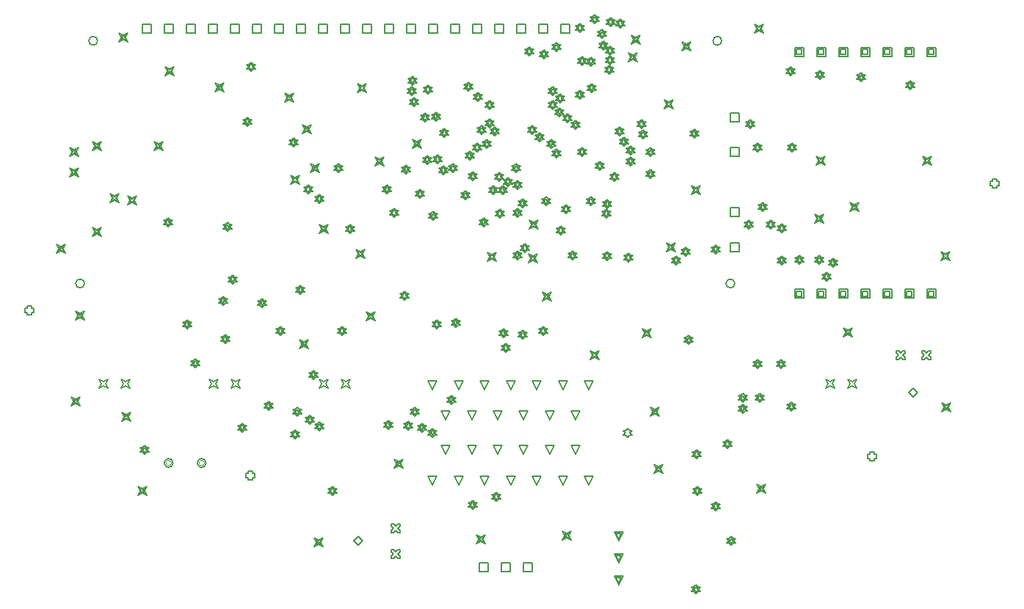
<source format=gbr>
%TF.GenerationSoftware,Altium Limited,Altium Designer,18.1.9 (240)*%
G04 Layer_Color=2752767*
%FSLAX26Y26*%
%MOIN*%
%TF.FileFunction,Drawing*%
%TF.Part,Single*%
G01*
G75*
%TA.AperFunction,NonConductor*%
%ADD117C,0.005000*%
%ADD118C,0.006667*%
%ADD119C,0.004000*%
D117*
X3341614Y1630394D02*
Y1670394D01*
X3381614D01*
Y1630394D01*
X3341614D01*
Y1354803D02*
Y1394803D01*
X3381614D01*
Y1354803D01*
X3341614D01*
Y1197323D02*
Y1237323D01*
X3381614D01*
Y1197323D01*
X3341614D01*
Y1787874D02*
Y1827874D01*
X3381614D01*
Y1787874D01*
X3341614D01*
X2572323Y2189449D02*
Y2229449D01*
X2612323D01*
Y2189449D01*
X2572323D01*
X2472323D02*
Y2229449D01*
X2512323D01*
Y2189449D01*
X2472323D01*
X2372323D02*
Y2229449D01*
X2412323D01*
Y2189449D01*
X2372323D01*
X2272323D02*
Y2229449D01*
X2312323D01*
Y2189449D01*
X2272323D01*
X2172323D02*
Y2229449D01*
X2212323D01*
Y2189449D01*
X2172323D01*
X2072323D02*
Y2229449D01*
X2112323D01*
Y2189449D01*
X2072323D01*
X1972323D02*
Y2229449D01*
X2012323D01*
Y2189449D01*
X1972323D01*
X1872323D02*
Y2229449D01*
X1912323D01*
Y2189449D01*
X1872323D01*
X1772323D02*
Y2229449D01*
X1812323D01*
Y2189449D01*
X1772323D01*
X1672323D02*
Y2229449D01*
X1712323D01*
Y2189449D01*
X1672323D01*
X1572323D02*
Y2229449D01*
X1612323D01*
Y2189449D01*
X1572323D01*
X1472323D02*
Y2229449D01*
X1512323D01*
Y2189449D01*
X1472323D01*
X1372323D02*
Y2229449D01*
X1412323D01*
Y2189449D01*
X1372323D01*
X1272323D02*
Y2229449D01*
X1312323D01*
Y2189449D01*
X1272323D01*
X1172323D02*
Y2229449D01*
X1212323D01*
Y2189449D01*
X1172323D01*
X1072323D02*
Y2229449D01*
X1112323D01*
Y2189449D01*
X1072323D01*
X972323D02*
Y2229449D01*
X1012323D01*
Y2189449D01*
X972323D01*
X872323D02*
Y2229449D01*
X912323D01*
Y2189449D01*
X872323D01*
X772323D02*
Y2229449D01*
X812323D01*
Y2189449D01*
X772323D01*
X672323D02*
Y2229449D01*
X712323D01*
Y2189449D01*
X672323D01*
X1989921Y136890D02*
X1969921Y176890D01*
X2009921D01*
X1989921Y136890D01*
X2108032D02*
X2088032Y176890D01*
X2128032D01*
X2108032Y136890D01*
X2226142D02*
X2206142Y176890D01*
X2246142D01*
X2226142Y136890D01*
X2344252D02*
X2324252Y176890D01*
X2364252D01*
X2344252Y136890D01*
X2462362D02*
X2442362Y176890D01*
X2482362D01*
X2462362Y136890D01*
X2580472D02*
X2560472Y176890D01*
X2600472D01*
X2580472Y136890D01*
X2698583D02*
X2678583Y176890D01*
X2718583D01*
X2698583Y136890D01*
X2048976Y274685D02*
X2028976Y314685D01*
X2068976D01*
X2048976Y274685D01*
X2167087D02*
X2147087Y314685D01*
X2187087D01*
X2167087Y274685D01*
X2285197D02*
X2265197Y314685D01*
X2305197D01*
X2285197Y274685D01*
X2403307D02*
X2383307Y314685D01*
X2423307D01*
X2403307Y274685D01*
X2521417D02*
X2501417Y314685D01*
X2541417D01*
X2521417Y274685D01*
X2639528D02*
X2619528Y314685D01*
X2659528D01*
X2639528Y274685D01*
X2048976Y432165D02*
X2028976Y472165D01*
X2068976D01*
X2048976Y432165D01*
X2167087D02*
X2147087Y472165D01*
X2187087D01*
X2167087Y432165D01*
X2285197D02*
X2265197Y472165D01*
X2305197D01*
X2285197Y432165D01*
X2403307D02*
X2383307Y472165D01*
X2423307D01*
X2403307Y432165D01*
X2521417D02*
X2501417Y472165D01*
X2541417D01*
X2521417Y432165D01*
X2639528D02*
X2619528Y472165D01*
X2659528D01*
X2639528Y432165D01*
X1989921Y569961D02*
X1969921Y609961D01*
X2009921D01*
X1989921Y569961D01*
X2108032D02*
X2088032Y609961D01*
X2128032D01*
X2108032Y569961D01*
X2226142D02*
X2206142Y609961D01*
X2246142D01*
X2226142Y569961D01*
X2344252D02*
X2324252Y609961D01*
X2364252D01*
X2344252Y569961D01*
X2462362D02*
X2442362Y609961D01*
X2482362D01*
X2462362Y569961D01*
X2580472D02*
X2560472Y609961D01*
X2600472D01*
X2580472Y569961D01*
X2698583D02*
X2678583Y609961D01*
X2718583D01*
X2698583Y569961D01*
X2875748Y353425D02*
X2885748Y363425D01*
X2895748D01*
X2885748Y373425D01*
X2895748Y383425D01*
X2885748D01*
X2875748Y393425D01*
X2865748Y383425D01*
X2855748D01*
X2865748Y373425D01*
X2855748Y363425D01*
X2865748D01*
X2875748Y353425D01*
X3775984Y577362D02*
X3785984Y597362D01*
X3775984Y617362D01*
X3795984Y607362D01*
X3815984Y617362D01*
X3805984Y597362D01*
X3815984Y577362D01*
X3795984Y587362D01*
X3775984Y577362D01*
X3875984D02*
X3885984Y597362D01*
X3875984Y617362D01*
X3895984Y607362D01*
X3915984Y617362D01*
X3905984Y597362D01*
X3915984Y577362D01*
X3895984Y587362D01*
X3875984Y577362D01*
X4533307Y1497874D02*
Y1487874D01*
X4553307D01*
Y1497874D01*
X4563307D01*
Y1517874D01*
X4553307D01*
Y1527874D01*
X4533307D01*
Y1517874D01*
X4523307D01*
Y1497874D01*
X4533307D01*
X4212283Y705197D02*
X4222283D01*
X4232283Y715197D01*
X4242283Y705197D01*
X4252283D01*
Y715197D01*
X4242283Y725197D01*
X4252283Y735197D01*
Y745197D01*
X4242283D01*
X4232283Y735197D01*
X4222283Y745197D01*
X4212283D01*
Y735197D01*
X4222283Y725197D01*
X4212283Y715197D01*
Y705197D01*
X4094173D02*
X4104173D01*
X4114173Y715197D01*
X4124173Y705197D01*
X4134173D01*
Y715197D01*
X4124173Y725197D01*
X4134173Y735197D01*
Y745197D01*
X4124173D01*
X4114173Y735197D01*
X4104173Y745197D01*
X4094173D01*
Y735197D01*
X4104173Y725197D01*
X4094173Y715197D01*
Y705197D01*
X4153228Y555118D02*
X4173228Y575118D01*
X4193228Y555118D01*
X4173228Y535118D01*
X4153228Y555118D01*
X1803622Y-197165D02*
X1813622D01*
X1823622Y-187165D01*
X1833622Y-197165D01*
X1843622D01*
Y-187165D01*
X1833622Y-177165D01*
X1843622Y-167165D01*
Y-157165D01*
X1833622D01*
X1823622Y-167165D01*
X1813622Y-157165D01*
X1803622D01*
Y-167165D01*
X1813622Y-177165D01*
X1803622Y-187165D01*
Y-197165D01*
Y-79055D02*
X1813622D01*
X1823622Y-69055D01*
X1833622Y-79055D01*
X1843622D01*
Y-69055D01*
X1833622Y-59055D01*
X1843622Y-49055D01*
Y-39055D01*
X1833622D01*
X1823622Y-49055D01*
X1813622Y-39055D01*
X1803622D01*
Y-49055D01*
X1813622Y-59055D01*
X1803622Y-69055D01*
Y-79055D01*
X1633543Y-118110D02*
X1653543Y-98110D01*
X1673543Y-118110D01*
X1653543Y-138110D01*
X1633543Y-118110D01*
X3634449Y985512D02*
Y1025512D01*
X3674449D01*
Y985512D01*
X3634449D01*
X3642449Y993512D02*
Y1017512D01*
X3666449D01*
Y993512D01*
X3642449D01*
X3734449Y985512D02*
Y1025512D01*
X3774449D01*
Y985512D01*
X3734449D01*
X3742449Y993512D02*
Y1017512D01*
X3766449D01*
Y993512D01*
X3742449D01*
X3834449Y985512D02*
Y1025512D01*
X3874449D01*
Y985512D01*
X3834449D01*
X3842449Y993512D02*
Y1017512D01*
X3866449D01*
Y993512D01*
X3842449D01*
X3934449Y985512D02*
Y1025512D01*
X3974449D01*
Y985512D01*
X3934449D01*
X3942449Y993512D02*
Y1017512D01*
X3966449D01*
Y993512D01*
X3942449D01*
X4034449Y985512D02*
Y1025512D01*
X4074449D01*
Y985512D01*
X4034449D01*
X4042449Y993512D02*
Y1017512D01*
X4066449D01*
Y993512D01*
X4042449D01*
X4134449Y985512D02*
Y1025512D01*
X4174449D01*
Y985512D01*
X4134449D01*
X4142449Y993512D02*
Y1017512D01*
X4166449D01*
Y993512D01*
X4142449D01*
X4234449Y985512D02*
Y1025512D01*
X4274449D01*
Y985512D01*
X4234449D01*
X4242449Y993512D02*
Y1017512D01*
X4266449D01*
Y993512D01*
X4242449D01*
X4234449Y2083937D02*
Y2123937D01*
X4274449D01*
Y2083937D01*
X4234449D01*
X4242449Y2091937D02*
Y2115937D01*
X4266449D01*
Y2091937D01*
X4242449D01*
X4134449Y2083937D02*
Y2123937D01*
X4174449D01*
Y2083937D01*
X4134449D01*
X4142449Y2091937D02*
Y2115937D01*
X4166449D01*
Y2091937D01*
X4142449D01*
X4034449Y2083937D02*
Y2123937D01*
X4074449D01*
Y2083937D01*
X4034449D01*
X4042449Y2091937D02*
Y2115937D01*
X4066449D01*
Y2091937D01*
X4042449D01*
X3934449Y2083937D02*
Y2123937D01*
X3974449D01*
Y2083937D01*
X3934449D01*
X3942449Y2091937D02*
Y2115937D01*
X3966449D01*
Y2091937D01*
X3942449D01*
X3834449Y2083937D02*
Y2123937D01*
X3874449D01*
Y2083937D01*
X3834449D01*
X3842449Y2091937D02*
Y2115937D01*
X3866449D01*
Y2091937D01*
X3842449D01*
X3734449Y2083937D02*
Y2123937D01*
X3774449D01*
Y2083937D01*
X3734449D01*
X3742449Y2091937D02*
Y2115937D01*
X3766449D01*
Y2091937D01*
X3742449D01*
X3634449Y2083937D02*
Y2123937D01*
X3674449D01*
Y2083937D01*
X3634449D01*
X3642449Y2091937D02*
Y2115937D01*
X3666449D01*
Y2091937D01*
X3642449D01*
X1151614Y168150D02*
Y158150D01*
X1171614D01*
Y168150D01*
X1181614D01*
Y188150D01*
X1171614D01*
Y198150D01*
X1151614D01*
Y188150D01*
X1141614D01*
Y168150D01*
X1151614D01*
X148661Y918228D02*
Y908228D01*
X168661D01*
Y918228D01*
X178661D01*
Y938228D01*
X168661D01*
Y948228D01*
X148661D01*
Y938228D01*
X138661D01*
Y918228D01*
X148661D01*
X3977008Y256142D02*
Y246142D01*
X3997008D01*
Y256142D01*
X4007008D01*
Y276142D01*
X3997008D01*
Y286142D01*
X3977008D01*
Y276142D01*
X3967008D01*
Y256142D01*
X3977008D01*
X2834646Y-216850D02*
X2814646Y-176850D01*
X2854646D01*
X2834646Y-216850D01*
Y-208850D02*
X2822646Y-184850D01*
X2846646D01*
X2834646Y-208850D01*
Y-116850D02*
X2814646Y-76850D01*
X2854646D01*
X2834646Y-116850D01*
Y-108850D02*
X2822646Y-84850D01*
X2846646D01*
X2834646Y-108850D01*
Y-316850D02*
X2814646Y-276850D01*
X2854646D01*
X2834646Y-316850D01*
Y-308850D02*
X2822646Y-284850D01*
X2846646D01*
X2834646Y-308850D01*
X2202835Y-256221D02*
Y-216220D01*
X2242835D01*
Y-256221D01*
X2202835D01*
X2302835D02*
Y-216220D01*
X2342835D01*
Y-256221D01*
X2302835D01*
X2402835D02*
Y-216220D01*
X2442835D01*
Y-256221D01*
X2402835D01*
X1575984Y577362D02*
X1585984Y597362D01*
X1575984Y617362D01*
X1595984Y607362D01*
X1615984Y617362D01*
X1605984Y597362D01*
X1615984Y577362D01*
X1595984Y587362D01*
X1575984Y577362D01*
X1475984D02*
X1485984Y597362D01*
X1475984Y617362D01*
X1495984Y607362D01*
X1515984Y617362D01*
X1505984Y597362D01*
X1515984Y577362D01*
X1495984Y587362D01*
X1475984Y577362D01*
X1075984D02*
X1085984Y597362D01*
X1075984Y617362D01*
X1095984Y607362D01*
X1115984Y617362D01*
X1105984Y597362D01*
X1115984Y577362D01*
X1095984Y587362D01*
X1075984Y577362D01*
X975984D02*
X985984Y597362D01*
X975984Y617362D01*
X995984Y607362D01*
X1015984Y617362D01*
X1005984Y597362D01*
X1015984Y577362D01*
X995984Y587362D01*
X975984Y577362D01*
X575984D02*
X585984Y597362D01*
X575984Y617362D01*
X595984Y607362D01*
X615984Y617362D01*
X605984Y597362D01*
X615984Y577362D01*
X595984Y587362D01*
X575984Y577362D01*
X475984D02*
X485984Y597362D01*
X475984Y617362D01*
X495984Y607362D01*
X515984Y617362D01*
X505984Y597362D01*
X515984Y577362D01*
X495984Y587362D01*
X475984Y577362D01*
X2153347Y1925433D02*
X2163347Y1935433D01*
X2173347D01*
X2163347Y1945433D01*
X2173347Y1955433D01*
X2163347D01*
X2153347Y1965433D01*
X2143347Y1955433D01*
X2133347D01*
X2143347Y1945433D01*
X2133347Y1935433D01*
X2143347D01*
X2153347Y1925433D01*
Y1933433D02*
X2159347Y1939433D01*
X2165347D01*
X2159347Y1945433D01*
X2165347Y1951433D01*
X2159347D01*
X2153347Y1957433D01*
X2147347Y1951433D01*
X2141347D01*
X2147347Y1945433D01*
X2141347Y1939433D01*
X2147347D01*
X2153347Y1933433D01*
X1386653Y757402D02*
X1396653Y777402D01*
X1386653Y797402D01*
X1406653Y787402D01*
X1426653Y797402D01*
X1416653Y777402D01*
X1426653Y757402D01*
X1406653Y767402D01*
X1386653Y757402D01*
X1394653Y765402D02*
X1400653Y777402D01*
X1394653Y789402D01*
X1406653Y783402D01*
X1418653Y789402D01*
X1412653Y777402D01*
X1418653Y765402D01*
X1406653Y771402D01*
X1394653Y765402D01*
X340748Y1537126D02*
X350748Y1557126D01*
X340748Y1577126D01*
X360748Y1567126D01*
X380748Y1577126D01*
X370748Y1557126D01*
X380748Y1537126D01*
X360748Y1547126D01*
X340748Y1537126D01*
X348748Y1545126D02*
X354748Y1557126D01*
X348748Y1569126D01*
X360748Y1563126D01*
X372748Y1569126D01*
X366748Y1557126D01*
X372748Y1545126D01*
X360748Y1551126D01*
X348748Y1545126D01*
X525276Y1419961D02*
X535276Y1439961D01*
X525276Y1459961D01*
X545276Y1449961D01*
X565276Y1459961D01*
X555276Y1439961D01*
X565276Y1419961D01*
X545276Y1429961D01*
X525276Y1419961D01*
X533276Y1427961D02*
X539276Y1439961D01*
X533276Y1451961D01*
X545276Y1445961D01*
X557276Y1451961D01*
X551276Y1439961D01*
X557276Y1427961D01*
X545276Y1433961D01*
X533276Y1427961D01*
X340748Y1629094D02*
X350748Y1649094D01*
X340748Y1669094D01*
X360748Y1659094D01*
X380748Y1669094D01*
X370748Y1649094D01*
X380748Y1629094D01*
X360748Y1639094D01*
X340748Y1629094D01*
X348748Y1637094D02*
X354748Y1649094D01*
X348748Y1661094D01*
X360748Y1655094D01*
X372748Y1661094D01*
X366748Y1649094D01*
X372748Y1637094D01*
X360748Y1643094D01*
X348748Y1637094D01*
X444567Y1267520D02*
X454567Y1287520D01*
X444567Y1307520D01*
X464567Y1297520D01*
X484567Y1307520D01*
X474567Y1287520D01*
X484567Y1267520D01*
X464567Y1277520D01*
X444567Y1267520D01*
X452567Y1275520D02*
X458567Y1287520D01*
X452567Y1299520D01*
X464567Y1293520D01*
X476567Y1299520D01*
X470567Y1287520D01*
X476567Y1275520D01*
X464567Y1281520D01*
X452567Y1275520D01*
X444567Y1657402D02*
X454567Y1677402D01*
X444567Y1697402D01*
X464567Y1687402D01*
X484567Y1697402D01*
X474567Y1677402D01*
X484567Y1657402D01*
X464567Y1667402D01*
X444567Y1657402D01*
X452567Y1665402D02*
X458567Y1677402D01*
X452567Y1689402D01*
X464567Y1683402D01*
X476567Y1689402D01*
X470567Y1677402D01*
X476567Y1665402D01*
X464567Y1671402D01*
X452567Y1665402D01*
X3488621Y1378642D02*
X3498621Y1388642D01*
X3508621D01*
X3498621Y1398642D01*
X3508621Y1408642D01*
X3498621D01*
X3488621Y1418642D01*
X3478621Y1408642D01*
X3468621D01*
X3478621Y1398642D01*
X3468621Y1388642D01*
X3478621D01*
X3488621Y1378642D01*
Y1386642D02*
X3494621Y1392642D01*
X3500621D01*
X3494621Y1398642D01*
X3500621Y1404642D01*
X3494621D01*
X3488621Y1410642D01*
X3482621Y1404642D01*
X3476621D01*
X3482621Y1398642D01*
X3476621Y1392642D01*
X3482621D01*
X3488621Y1386642D01*
X1476249Y1417008D02*
X1486249Y1427008D01*
X1496249D01*
X1486249Y1437008D01*
X1496249Y1447008D01*
X1486249D01*
X1476249Y1457008D01*
X1466249Y1447008D01*
X1456249D01*
X1466249Y1437008D01*
X1456249Y1427008D01*
X1466249D01*
X1476249Y1417008D01*
Y1425008D02*
X1482249Y1431008D01*
X1488249D01*
X1482249Y1437008D01*
X1488249Y1443008D01*
X1482249D01*
X1476249Y1449008D01*
X1470249Y1443008D01*
X1464249D01*
X1470249Y1437008D01*
X1464249Y1431008D01*
X1470249D01*
X1476249Y1425008D01*
X1897323Y1667913D02*
X1907323Y1687913D01*
X1897323Y1707913D01*
X1917323Y1697913D01*
X1937323Y1707913D01*
X1927323Y1687913D01*
X1937323Y1667913D01*
X1917323Y1677913D01*
X1897323Y1667913D01*
X1905323Y1675913D02*
X1911323Y1687913D01*
X1905323Y1699913D01*
X1917323Y1693913D01*
X1929323Y1699913D01*
X1923323Y1687913D01*
X1929323Y1675913D01*
X1917323Y1681913D01*
X1905323Y1675913D01*
X2370074Y1554800D02*
X2380074Y1564800D01*
X2390074D01*
X2380074Y1574800D01*
X2390074Y1584800D01*
X2380074D01*
X2370074Y1594800D01*
X2360074Y1584800D01*
X2350074D01*
X2360074Y1574800D01*
X2350074Y1564800D01*
X2360074D01*
X2370074Y1554800D01*
Y1562800D02*
X2376074Y1568800D01*
X2382074D01*
X2376074Y1574800D01*
X2382074Y1580800D01*
X2376074D01*
X2370074Y1586800D01*
X2364074Y1580800D01*
X2358074D01*
X2364074Y1574800D01*
X2358074Y1568800D01*
X2364074D01*
X2370074Y1562800D01*
X1641417Y1167109D02*
X1651417Y1187109D01*
X1641417Y1207109D01*
X1661417Y1197109D01*
X1681417Y1207109D01*
X1671417Y1187109D01*
X1681417Y1167109D01*
X1661417Y1177109D01*
X1641417Y1167109D01*
X1649417Y1175109D02*
X1655417Y1187109D01*
X1649417Y1199109D01*
X1661417Y1193109D01*
X1673417Y1199109D01*
X1667417Y1187109D01*
X1673417Y1175109D01*
X1661417Y1181109D01*
X1649417Y1175109D01*
X1688661Y881575D02*
X1698661Y901575D01*
X1688661Y921575D01*
X1708661Y911575D01*
X1728661Y921575D01*
X1718661Y901575D01*
X1728661Y881575D01*
X1708661Y891575D01*
X1688661Y881575D01*
X1696661Y889575D02*
X1702661Y901575D01*
X1696661Y913575D01*
X1708661Y907575D01*
X1720661Y913575D01*
X1714661Y901575D01*
X1720661Y889575D01*
X1708661Y895575D01*
X1696661Y889575D01*
X1880229Y386481D02*
X1890229Y396481D01*
X1900229D01*
X1890229Y406481D01*
X1900229Y416481D01*
X1890229D01*
X1880229Y426481D01*
X1870229Y416481D01*
X1860229D01*
X1870229Y406481D01*
X1860229Y396481D01*
X1870229D01*
X1880229Y386481D01*
Y394481D02*
X1886229Y400481D01*
X1892229D01*
X1886229Y406481D01*
X1892229Y412481D01*
X1886229D01*
X1880229Y418481D01*
X1874229Y412481D01*
X1868229D01*
X1874229Y406481D01*
X1868229Y400481D01*
X1874229D01*
X1880229Y394481D01*
X1244094Y476063D02*
X1254094Y486063D01*
X1264094D01*
X1254094Y496063D01*
X1264094Y506063D01*
X1254094D01*
X1244094Y516063D01*
X1234094Y506063D01*
X1224094D01*
X1234094Y496063D01*
X1224094Y486063D01*
X1234094D01*
X1244094Y476063D01*
Y484063D02*
X1250094Y490063D01*
X1256094D01*
X1250094Y496063D01*
X1256094Y502063D01*
X1250094D01*
X1244094Y508063D01*
X1238094Y502063D01*
X1232094D01*
X1238094Y496063D01*
X1232094Y490063D01*
X1238094D01*
X1244094Y484063D01*
X913386Y668976D02*
X923386Y678976D01*
X933386D01*
X923386Y688976D01*
X933386Y698976D01*
X923386D01*
X913386Y708976D01*
X903386Y698976D01*
X893386D01*
X903386Y688976D01*
X893386Y678976D01*
X903386D01*
X913386Y668976D01*
Y676976D02*
X919386Y682976D01*
X925386D01*
X919386Y688976D01*
X925386Y694976D01*
X919386D01*
X913386Y700976D01*
X907386Y694976D01*
X901386D01*
X907386Y688976D01*
X901386Y682976D01*
X907386D01*
X913386Y676976D01*
X3137795Y1175507D02*
X3147795Y1185507D01*
X3157795D01*
X3147795Y1195507D01*
X3157795Y1205507D01*
X3147795D01*
X3137795Y1215507D01*
X3127795Y1205507D01*
X3117795D01*
X3127795Y1195507D01*
X3117795Y1185507D01*
X3127795D01*
X3137795Y1175507D01*
Y1183507D02*
X3143795Y1189507D01*
X3149795D01*
X3143795Y1195507D01*
X3149795Y1201507D01*
X3143795D01*
X3137795Y1207507D01*
X3131795Y1201507D01*
X3125795D01*
X3131795Y1195507D01*
X3125795Y1189507D01*
X3131795D01*
X3137795Y1183507D01*
X3275591Y1187399D02*
X3285591Y1197399D01*
X3295591D01*
X3285591Y1207399D01*
X3295591Y1217399D01*
X3285591D01*
X3275591Y1227399D01*
X3265591Y1217399D01*
X3255591D01*
X3265591Y1207399D01*
X3255591Y1197399D01*
X3265591D01*
X3275591Y1187399D01*
Y1195399D02*
X3281591Y1201399D01*
X3287591D01*
X3281591Y1207399D01*
X3287591Y1213399D01*
X3281591D01*
X3275591Y1219399D01*
X3269591Y1213399D01*
X3263591D01*
X3269591Y1207399D01*
X3263591Y1201399D01*
X3269591D01*
X3275591Y1195399D01*
X2704409Y706517D02*
X2714409Y726517D01*
X2704409Y746517D01*
X2724409Y736517D01*
X2744409Y746517D01*
X2734409Y726517D01*
X2744409Y706517D01*
X2724409Y716517D01*
X2704409Y706517D01*
X2712409Y714517D02*
X2718409Y726517D01*
X2712409Y738517D01*
X2724409Y732517D01*
X2736409Y738517D01*
X2730409Y726517D01*
X2736409Y714517D01*
X2724409Y720517D01*
X2712409Y714517D01*
X2942199Y804961D02*
X2952199Y824961D01*
X2942199Y844961D01*
X2962199Y834961D01*
X2982199Y844961D01*
X2972199Y824961D01*
X2982199Y804961D01*
X2962199Y814961D01*
X2942199Y804961D01*
X2950199Y812961D02*
X2956199Y824961D01*
X2950199Y836961D01*
X2962199Y830961D01*
X2974199Y836961D01*
X2968199Y824961D01*
X2974199Y812961D01*
X2962199Y818961D01*
X2950199Y812961D01*
X2239370Y1152480D02*
X2249370Y1172480D01*
X2239370Y1192480D01*
X2259370Y1182480D01*
X2279370Y1192480D01*
X2269370Y1172480D01*
X2279370Y1152480D01*
X2259370Y1162480D01*
X2239370Y1152480D01*
X2247370Y1160480D02*
X2253370Y1172480D01*
X2247370Y1184480D01*
X2259370Y1178480D01*
X2271370Y1184480D01*
X2265370Y1172480D01*
X2271370Y1160480D01*
X2259370Y1166480D01*
X2247370Y1160480D01*
X2487711Y972126D02*
X2497711Y992126D01*
X2487711Y1012126D01*
X2507711Y1002126D01*
X2527711Y1012126D01*
X2517711Y992126D01*
X2527711Y972126D01*
X2507711Y982126D01*
X2487711Y972126D01*
X2495711Y980126D02*
X2501711Y992126D01*
X2495711Y1004126D01*
X2507711Y998126D01*
X2519711Y1004126D01*
X2513711Y992126D01*
X2519711Y980126D01*
X2507711Y986126D01*
X2495711Y980126D01*
X2012796Y1595618D02*
X2022796Y1605618D01*
X2032796D01*
X2022796Y1615618D01*
X2032796Y1625618D01*
X2022796D01*
X2012796Y1635618D01*
X2002796Y1625618D01*
X1992796D01*
X2002796Y1615618D01*
X1992796Y1605618D01*
X2002796D01*
X2012796Y1595618D01*
Y1603618D02*
X2018796Y1609618D01*
X2024796D01*
X2018796Y1615618D01*
X2024796Y1621618D01*
X2018796D01*
X2012796Y1627618D01*
X2006796Y1621618D01*
X2000796D01*
X2006796Y1615618D01*
X2000796Y1609618D01*
X2006796D01*
X2012796Y1603618D01*
X1814961Y1352695D02*
X1824961Y1362695D01*
X1834961D01*
X1824961Y1372695D01*
X1834961Y1382695D01*
X1824961D01*
X1814961Y1392695D01*
X1804961Y1382695D01*
X1794961D01*
X1804961Y1372695D01*
X1794961Y1362695D01*
X1804961D01*
X1814961Y1352695D01*
Y1360695D02*
X1820961Y1366695D01*
X1826961D01*
X1820961Y1372695D01*
X1826961Y1378695D01*
X1820961D01*
X1814961Y1384695D01*
X1808961Y1378695D01*
X1802961D01*
X1808961Y1372695D01*
X1802961Y1366695D01*
X1808961D01*
X1814961Y1360695D01*
X1993519Y1338268D02*
X2003519Y1348268D01*
X2013519D01*
X2003519Y1358268D01*
X2013519Y1368268D01*
X2003519D01*
X1993519Y1378268D01*
X1983519Y1368268D01*
X1973519D01*
X1983519Y1358268D01*
X1973519Y1348268D01*
X1983519D01*
X1993519Y1338268D01*
Y1346268D02*
X1999519Y1352268D01*
X2005519D01*
X1999519Y1358268D01*
X2005519Y1364268D01*
X1999519D01*
X1993519Y1370268D01*
X1987519Y1364268D01*
X1981519D01*
X1987519Y1358268D01*
X1981519Y1352268D01*
X1987519D01*
X1993519Y1346268D01*
X2139577Y1431526D02*
X2149577Y1441526D01*
X2159577D01*
X2149577Y1451526D01*
X2159577Y1461526D01*
X2149577D01*
X2139577Y1471526D01*
X2129577Y1461526D01*
X2119577D01*
X2129577Y1451526D01*
X2119577Y1441526D01*
X2129577D01*
X2139577Y1431526D01*
Y1439526D02*
X2145577Y1445526D01*
X2151577D01*
X2145577Y1451526D01*
X2151577Y1457526D01*
X2145577D01*
X2139577Y1463526D01*
X2133577Y1457526D01*
X2127577D01*
X2133577Y1451526D01*
X2127577Y1445526D01*
X2133577D01*
X2139577Y1439526D01*
X1474402Y1280706D02*
X1484402Y1300706D01*
X1474402Y1320706D01*
X1494402Y1310706D01*
X1514402Y1320706D01*
X1504402Y1300706D01*
X1514402Y1280706D01*
X1494402Y1290706D01*
X1474402Y1280706D01*
X1482402Y1288706D02*
X1488402Y1300706D01*
X1482402Y1312706D01*
X1494402Y1306706D01*
X1506402Y1312706D01*
X1500402Y1300706D01*
X1506402Y1288706D01*
X1494402Y1294706D01*
X1482402Y1288706D01*
X1728032Y1587447D02*
X1738032Y1607447D01*
X1728032Y1627447D01*
X1748032Y1617447D01*
X1768032Y1627447D01*
X1758032Y1607447D01*
X1768032Y1587447D01*
X1748032Y1597447D01*
X1728032Y1587447D01*
X1736032Y1595447D02*
X1742032Y1607447D01*
X1736032Y1619447D01*
X1748032Y1613447D01*
X1760032Y1619447D01*
X1754032Y1607447D01*
X1760032Y1595447D01*
X1748032Y1601447D01*
X1736032Y1595447D01*
X1357072Y1672913D02*
X1367072Y1682913D01*
X1377072D01*
X1367072Y1692913D01*
X1377072Y1702913D01*
X1367072D01*
X1357072Y1712913D01*
X1347072Y1702913D01*
X1337072D01*
X1347072Y1692913D01*
X1337072Y1682913D01*
X1347072D01*
X1357072Y1672913D01*
Y1680913D02*
X1363072Y1686913D01*
X1369072D01*
X1363072Y1692913D01*
X1369072Y1698913D01*
X1363072D01*
X1357072Y1704913D01*
X1351072Y1698913D01*
X1345072D01*
X1351072Y1692913D01*
X1345072Y1686913D01*
X1351072D01*
X1357072Y1680913D01*
X1149606Y1767402D02*
X1159606Y1777402D01*
X1169606D01*
X1159606Y1787402D01*
X1169606Y1797402D01*
X1159606D01*
X1149606Y1807402D01*
X1139606Y1797402D01*
X1129606D01*
X1139606Y1787402D01*
X1129606Y1777402D01*
X1139606D01*
X1149606Y1767402D01*
Y1775402D02*
X1155606Y1781402D01*
X1161606D01*
X1155606Y1787402D01*
X1161606Y1793402D01*
X1155606D01*
X1149606Y1799402D01*
X1143606Y1793402D01*
X1137606D01*
X1143606Y1787402D01*
X1137606Y1781402D01*
X1143606D01*
X1149606Y1775402D01*
X1057721Y1288164D02*
X1067721Y1298164D01*
X1077721D01*
X1067721Y1308164D01*
X1077721Y1318164D01*
X1067721D01*
X1057721Y1328164D01*
X1047721Y1318164D01*
X1037721D01*
X1047721Y1308164D01*
X1037721Y1298164D01*
X1047721D01*
X1057721Y1288164D01*
Y1296164D02*
X1063721Y1302164D01*
X1069721D01*
X1063721Y1308164D01*
X1069721Y1314164D01*
X1063721D01*
X1057721Y1320164D01*
X1051721Y1314164D01*
X1045721D01*
X1051721Y1308164D01*
X1045721Y1302164D01*
X1051721D01*
X1057721Y1296164D01*
X1649291Y1919449D02*
X1659291Y1939449D01*
X1649291Y1959449D01*
X1669291Y1949449D01*
X1689291Y1959449D01*
X1679291Y1939449D01*
X1689291Y1919449D01*
X1669291Y1929449D01*
X1649291Y1919449D01*
X1657291Y1927449D02*
X1663291Y1939449D01*
X1657291Y1951449D01*
X1669291Y1945449D01*
X1681291Y1951449D01*
X1675291Y1939449D01*
X1681291Y1927449D01*
X1669291Y1933449D01*
X1657291Y1927449D01*
X775276Y1997409D02*
X785276Y2017409D01*
X775276Y2037409D01*
X795276Y2027409D01*
X815276Y2037409D01*
X805276Y2017409D01*
X815276Y1997409D01*
X795276Y2007409D01*
X775276Y1997409D01*
X783276Y2005409D02*
X789276Y2017409D01*
X783276Y2029409D01*
X795276Y2023409D01*
X807276Y2029409D01*
X801276Y2017409D01*
X807276Y2005409D01*
X795276Y2011409D01*
X783276Y2005409D01*
X566409Y2149291D02*
X576409Y2169291D01*
X566409Y2189291D01*
X586409Y2179291D01*
X606409Y2189291D01*
X596409Y2169291D01*
X606409Y2149291D01*
X586409Y2159291D01*
X566409Y2149291D01*
X574409Y2157291D02*
X580409Y2169291D01*
X574409Y2181291D01*
X586409Y2175291D01*
X598409Y2181291D01*
X592409Y2169291D01*
X598409Y2157291D01*
X586409Y2163291D01*
X574409Y2157291D01*
X724095Y1657165D02*
X734095Y1677165D01*
X724095Y1697165D01*
X744095Y1687165D01*
X764095Y1697165D01*
X754095Y1677165D01*
X764095Y1657165D01*
X744095Y1667165D01*
X724095Y1657165D01*
X732095Y1665165D02*
X738095Y1677165D01*
X732095Y1689165D01*
X744095Y1683165D01*
X756095Y1689165D01*
X750095Y1677165D01*
X756095Y1665165D01*
X744095Y1671165D01*
X732095Y1665165D01*
X605984Y1410276D02*
X615984Y1430276D01*
X605984Y1450276D01*
X625984Y1440276D01*
X645984Y1450276D01*
X635984Y1430276D01*
X645984Y1410276D01*
X625984Y1420276D01*
X605984Y1410276D01*
X613984Y1418276D02*
X619984Y1430276D01*
X613984Y1442276D01*
X625984Y1436276D01*
X637984Y1442276D01*
X631984Y1430276D01*
X637984Y1418276D01*
X625984Y1424276D01*
X613984Y1418276D01*
X283150Y1188661D02*
X293150Y1208661D01*
X283150Y1228661D01*
X303150Y1218661D01*
X323150Y1228661D01*
X313150Y1208661D01*
X323150Y1188661D01*
X303150Y1198661D01*
X283150Y1188661D01*
X291150Y1196661D02*
X297150Y1208661D01*
X291150Y1220661D01*
X303150Y1214661D01*
X315150Y1220661D01*
X309150Y1208661D01*
X315150Y1196661D01*
X303150Y1202661D01*
X291150Y1196661D01*
X367953Y885118D02*
X377953Y905118D01*
X367953Y925118D01*
X387953Y915118D01*
X407953Y925118D01*
X397953Y905118D01*
X407953Y885118D01*
X387953Y895118D01*
X367953Y885118D01*
X375953Y893118D02*
X381953Y905118D01*
X375953Y917118D01*
X387953Y911118D01*
X399953Y917118D01*
X393953Y905118D01*
X399953Y893118D01*
X387953Y899118D01*
X375953Y893118D01*
X578425Y424882D02*
X588425Y444882D01*
X578425Y464882D01*
X598425Y454882D01*
X618425Y464882D01*
X608425Y444882D01*
X618425Y424882D01*
X598425Y434882D01*
X578425Y424882D01*
X586425Y432882D02*
X592425Y444882D01*
X586425Y456882D01*
X598425Y450882D01*
X610425Y456882D01*
X604425Y444882D01*
X610425Y432882D01*
X598425Y438882D01*
X586425Y432882D01*
X350079Y495748D02*
X360079Y515748D01*
X350079Y535748D01*
X370079Y525748D01*
X390079Y535748D01*
X380079Y515748D01*
X390079Y495748D01*
X370079Y505748D01*
X350079Y495748D01*
X358079Y503748D02*
X364079Y515748D01*
X358079Y527748D01*
X370079Y521748D01*
X382079Y527748D01*
X376079Y515748D01*
X382079Y503748D01*
X370079Y509748D01*
X358079Y503748D01*
X651009Y90236D02*
X661009Y110236D01*
X651009Y130236D01*
X671009Y120236D01*
X691009Y130236D01*
X681009Y110236D01*
X691009Y90236D01*
X671009Y100236D01*
X651009Y90236D01*
X659009Y98236D02*
X665009Y110236D01*
X659009Y122236D01*
X671009Y116236D01*
X683009Y122236D01*
X677009Y110236D01*
X683009Y98236D01*
X671009Y104236D01*
X659009Y98236D01*
X1816510Y211449D02*
X1826510Y231449D01*
X1816510Y251449D01*
X1836510Y241449D01*
X1856510Y251449D01*
X1846510Y231449D01*
X1856510Y211449D01*
X1836510Y221449D01*
X1816510Y211449D01*
X1824510Y219449D02*
X1830510Y231449D01*
X1824510Y243449D01*
X1836510Y237449D01*
X1848510Y243449D01*
X1842510Y231449D01*
X1848510Y219449D01*
X1836510Y225449D01*
X1824510Y219449D01*
X1453267Y-142047D02*
X1463267Y-122047D01*
X1453267Y-102047D01*
X1473267Y-112047D01*
X1493267Y-102047D01*
X1483267Y-122047D01*
X1493267Y-142047D01*
X1473267Y-132047D01*
X1453267Y-142047D01*
X1461267Y-134047D02*
X1467267Y-122047D01*
X1461267Y-110047D01*
X1473267Y-116047D01*
X1485267Y-110047D01*
X1479267Y-122047D01*
X1485267Y-134047D01*
X1473267Y-128047D01*
X1461267Y-134047D01*
X2579952Y-114266D02*
X2589952Y-94266D01*
X2579952Y-74266D01*
X2599952Y-84266D01*
X2619952Y-74266D01*
X2609952Y-94266D01*
X2619952Y-114266D01*
X2599952Y-104266D01*
X2579952Y-114266D01*
X2587952Y-106266D02*
X2593952Y-94266D01*
X2587952Y-82266D01*
X2599952Y-88266D01*
X2611952Y-82266D01*
X2605952Y-94266D01*
X2611952Y-106266D01*
X2599952Y-100266D01*
X2587952Y-106266D01*
X2190103Y-130607D02*
X2200103Y-110608D01*
X2190103Y-90608D01*
X2210103Y-100608D01*
X2230103Y-90608D01*
X2220103Y-110608D01*
X2230103Y-130607D01*
X2210103Y-120608D01*
X2190103Y-130607D01*
X2198103Y-122608D02*
X2204103Y-110608D01*
X2198103Y-98608D01*
X2210103Y-104608D01*
X2222103Y-98608D01*
X2216103Y-110608D01*
X2222103Y-122608D01*
X2210103Y-116608D01*
X2198103Y-122608D01*
X2980000Y448504D02*
X2990000Y468504D01*
X2980000Y488504D01*
X3000000Y478504D01*
X3020000Y488504D01*
X3010000Y468504D01*
X3020000Y448504D01*
X3000000Y458504D01*
X2980000Y448504D01*
X2988000Y456504D02*
X2994000Y468504D01*
X2988000Y480504D01*
X3000000Y474504D01*
X3012000Y480504D01*
X3006000Y468504D01*
X3012000Y456504D01*
X3000000Y462504D01*
X2988000Y456504D01*
X2995748Y188661D02*
X3005748Y208661D01*
X2995748Y228661D01*
X3015748Y218661D01*
X3035748Y228661D01*
X3025748Y208661D01*
X3035748Y188661D01*
X3015748Y198661D01*
X2995748Y188661D01*
X3003748Y196661D02*
X3009748Y208661D01*
X3003748Y220661D01*
X3015748Y214661D01*
X3027748Y220661D01*
X3021748Y208661D01*
X3027748Y196661D01*
X3015748Y202661D01*
X3003748Y196661D01*
X3463554Y98110D02*
X3473554Y118110D01*
X3463554Y138110D01*
X3483554Y128110D01*
X3503554Y138110D01*
X3493554Y118110D01*
X3503554Y98110D01*
X3483554Y108110D01*
X3463554Y98110D01*
X3471554Y106110D02*
X3477554Y118110D01*
X3471554Y130110D01*
X3483554Y124110D01*
X3495554Y130110D01*
X3489554Y118110D01*
X3495554Y106110D01*
X3483554Y112110D01*
X3471554Y106110D01*
X4302835Y471011D02*
X4312835Y491011D01*
X4302835Y511011D01*
X4322835Y501011D01*
X4342835Y511011D01*
X4332835Y491011D01*
X4342835Y471011D01*
X4322835Y481011D01*
X4302835Y471011D01*
X4310835Y479011D02*
X4316835Y491011D01*
X4310835Y503011D01*
X4322835Y497011D01*
X4334835Y503011D01*
X4328835Y491011D01*
X4334835Y479011D01*
X4322835Y485011D01*
X4310835Y479011D01*
X3856249Y810709D02*
X3866249Y830709D01*
X3856249Y850709D01*
X3876249Y840709D01*
X3896249Y850709D01*
X3886249Y830709D01*
X3896249Y810709D01*
X3876249Y820709D01*
X3856249Y810709D01*
X3864249Y818709D02*
X3870249Y830709D01*
X3864249Y842709D01*
X3876249Y836709D01*
X3888249Y842709D01*
X3882249Y830709D01*
X3888249Y818709D01*
X3876249Y824709D01*
X3864249Y818709D01*
X4298898Y1156489D02*
X4308898Y1176489D01*
X4298898Y1196489D01*
X4318898Y1186489D01*
X4338898Y1196489D01*
X4328898Y1176489D01*
X4338898Y1156489D01*
X4318898Y1166489D01*
X4298898Y1156489D01*
X4306898Y1164489D02*
X4312898Y1176489D01*
X4306898Y1188489D01*
X4318898Y1182489D01*
X4330898Y1188489D01*
X4324898Y1176489D01*
X4330898Y1164489D01*
X4318898Y1170489D01*
X4306898Y1164489D01*
X4216221Y1590236D02*
X4226221Y1610236D01*
X4216221Y1630236D01*
X4236221Y1620236D01*
X4256221Y1630236D01*
X4246221Y1610236D01*
X4256221Y1590236D01*
X4236221Y1600236D01*
X4216221Y1590236D01*
X4224221Y1598236D02*
X4230221Y1610236D01*
X4224221Y1622236D01*
X4236221Y1616236D01*
X4248221Y1622236D01*
X4242221Y1610236D01*
X4248221Y1598236D01*
X4236221Y1604236D01*
X4224221Y1598236D01*
X3724095Y1326529D02*
X3734095Y1346529D01*
X3724095Y1366529D01*
X3744095Y1356529D01*
X3764095Y1366529D01*
X3754095Y1346529D01*
X3764095Y1326529D01*
X3744095Y1336529D01*
X3724095Y1326529D01*
X3732095Y1334529D02*
X3738095Y1346529D01*
X3732095Y1358529D01*
X3744095Y1352529D01*
X3756095Y1358529D01*
X3750095Y1346529D01*
X3756095Y1334529D01*
X3744095Y1340529D01*
X3732095Y1334529D01*
X3731811Y1590236D02*
X3741811Y1610236D01*
X3731811Y1630236D01*
X3751811Y1620236D01*
X3771811Y1630236D01*
X3761811Y1610236D01*
X3771811Y1590236D01*
X3751811Y1600236D01*
X3731811Y1590236D01*
X3739811Y1598236D02*
X3745811Y1610236D01*
X3739811Y1622236D01*
X3751811Y1616236D01*
X3763811Y1622236D01*
X3757811Y1610236D01*
X3763811Y1598236D01*
X3751811Y1604236D01*
X3739811Y1598236D01*
X3164886Y1455493D02*
X3174886Y1475493D01*
X3164886Y1495493D01*
X3184886Y1485493D01*
X3204886Y1495493D01*
X3194886Y1475493D01*
X3204886Y1455493D01*
X3184886Y1465493D01*
X3164886Y1455493D01*
X3172886Y1463493D02*
X3178886Y1475493D01*
X3172886Y1487493D01*
X3184886Y1481493D01*
X3196886Y1487493D01*
X3190886Y1475493D01*
X3196886Y1463493D01*
X3184886Y1469493D01*
X3172886Y1463493D01*
X3042992Y1846142D02*
X3052992Y1866142D01*
X3042992Y1886142D01*
X3062992Y1876142D01*
X3082992Y1886142D01*
X3072992Y1866142D01*
X3082992Y1846142D01*
X3062992Y1856142D01*
X3042992Y1846142D01*
X3050992Y1854142D02*
X3056992Y1866142D01*
X3050992Y1878142D01*
X3062992Y1872142D01*
X3074992Y1878142D01*
X3068992Y1866142D01*
X3074992Y1854142D01*
X3062992Y1860142D01*
X3050992Y1854142D01*
X3451850Y2190669D02*
X3461850Y2210669D01*
X3451850Y2230669D01*
X3471850Y2220669D01*
X3491850Y2230669D01*
X3481850Y2210669D01*
X3491850Y2190669D01*
X3471850Y2200669D01*
X3451850Y2190669D01*
X3459850Y2198669D02*
X3465850Y2210669D01*
X3459850Y2222669D01*
X3471850Y2216669D01*
X3483850Y2222669D01*
X3477850Y2210669D01*
X3483850Y2198669D01*
X3471850Y2204669D01*
X3459850Y2198669D01*
X3122795Y2108494D02*
X3132795Y2128494D01*
X3122795Y2148494D01*
X3142795Y2138494D01*
X3162795Y2148494D01*
X3152795Y2128494D01*
X3162795Y2108494D01*
X3142795Y2118494D01*
X3122795Y2108494D01*
X3130795Y2116494D02*
X3136795Y2128494D01*
X3130795Y2140494D01*
X3142795Y2134494D01*
X3154795Y2140494D01*
X3148795Y2128494D01*
X3154795Y2116494D01*
X3142795Y2122494D01*
X3130795Y2116494D01*
X2892992Y2140709D02*
X2902992Y2160709D01*
X2892992Y2180709D01*
X2912992Y2170709D01*
X2932992Y2180709D01*
X2922992Y2160709D01*
X2932992Y2140709D01*
X2912992Y2150709D01*
X2892992Y2140709D01*
X2900992Y2148709D02*
X2906992Y2160709D01*
X2900992Y2172709D01*
X2912992Y2166709D01*
X2924992Y2172709D01*
X2918992Y2160709D01*
X2924992Y2148709D01*
X2912992Y2154709D01*
X2900992Y2148709D01*
X2551890Y2104685D02*
X2561890Y2114685D01*
X2571890D01*
X2561890Y2124685D01*
X2571890Y2134685D01*
X2561890D01*
X2551890Y2144685D01*
X2541890Y2134685D01*
X2531890D01*
X2541890Y2124685D01*
X2531890Y2114685D01*
X2541890D01*
X2551890Y2104685D01*
Y2112685D02*
X2557890Y2118685D01*
X2563890D01*
X2557890Y2124685D01*
X2563890Y2130685D01*
X2557890D01*
X2551890Y2136685D01*
X2545890Y2130685D01*
X2539890D01*
X2545890Y2124685D01*
X2539890Y2118685D01*
X2545890D01*
X2551890Y2112685D01*
X2669286Y2042988D02*
X2679286Y2052988D01*
X2689286D01*
X2679286Y2062988D01*
X2689286Y2072988D01*
X2679286D01*
X2669286Y2082988D01*
X2659286Y2072988D01*
X2649286D01*
X2659286Y2062988D01*
X2649286Y2052988D01*
X2659286D01*
X2669286Y2042988D01*
Y2050988D02*
X2675286Y2056988D01*
X2681286D01*
X2675286Y2062988D01*
X2681286Y2068988D01*
X2675286D01*
X2669286Y2074988D01*
X2663286Y2068988D01*
X2657286D01*
X2663286Y2062988D01*
X2657286Y2056988D01*
X2663286D01*
X2669286Y2050988D01*
X2429134Y2086299D02*
X2439134Y2096299D01*
X2449134D01*
X2439134Y2106299D01*
X2449134Y2116299D01*
X2439134D01*
X2429134Y2126299D01*
X2419134Y2116299D01*
X2409134D01*
X2419134Y2106299D01*
X2409134Y2096299D01*
X2419134D01*
X2429134Y2086299D01*
Y2094299D02*
X2435134Y2100299D01*
X2441134D01*
X2435134Y2106299D01*
X2441134Y2112299D01*
X2435134D01*
X2429134Y2118299D01*
X2423134Y2112299D01*
X2417134D01*
X2423134Y2106299D01*
X2417134Y2100299D01*
X2423134D01*
X2429134Y2094299D01*
X2571089Y1273802D02*
X2581089Y1283802D01*
X2591089D01*
X2581089Y1293802D01*
X2591089Y1303802D01*
X2581089D01*
X2571089Y1313802D01*
X2561089Y1303802D01*
X2551089D01*
X2561089Y1293802D01*
X2551089Y1283802D01*
X2561089D01*
X2571089Y1273802D01*
Y1281802D02*
X2577089Y1287802D01*
X2583089D01*
X2577089Y1293802D01*
X2583089Y1299802D01*
X2577089D01*
X2571089Y1305802D01*
X2565089Y1299802D01*
X2559089D01*
X2565089Y1293802D01*
X2559089Y1287802D01*
X2565089D01*
X2571089Y1281802D01*
X2781152Y1157483D02*
X2791152Y1167483D01*
X2801152D01*
X2791152Y1177483D01*
X2801152Y1187483D01*
X2791152D01*
X2781152Y1197483D01*
X2771152Y1187483D01*
X2761152D01*
X2771152Y1177483D01*
X2761152Y1167483D01*
X2771152D01*
X2781152Y1157483D01*
Y1165483D02*
X2787152Y1171483D01*
X2793152D01*
X2787152Y1177483D01*
X2793152Y1183483D01*
X2787152D01*
X2781152Y1189483D01*
X2775152Y1183483D01*
X2769152D01*
X2775152Y1177483D01*
X2769152Y1171483D01*
X2775152D01*
X2781152Y1165483D01*
X2626142Y1158010D02*
X2636142Y1168010D01*
X2646142D01*
X2636142Y1178010D01*
X2646142Y1188010D01*
X2636142D01*
X2626142Y1198010D01*
X2616142Y1188010D01*
X2606142D01*
X2616142Y1178010D01*
X2606142Y1168010D01*
X2616142D01*
X2626142Y1158010D01*
Y1166010D02*
X2632142Y1172010D01*
X2638142D01*
X2632142Y1178010D01*
X2638142Y1184010D01*
X2632142D01*
X2626142Y1190010D01*
X2620142Y1184010D01*
X2614142D01*
X2620142Y1178010D01*
X2614142Y1172010D01*
X2620142D01*
X2626142Y1166010D01*
X3476378Y511496D02*
X3486378Y521496D01*
X3496378D01*
X3486378Y531496D01*
X3496378Y541496D01*
X3486378D01*
X3476378Y551496D01*
X3466378Y541496D01*
X3456378D01*
X3466378Y531496D01*
X3456378Y521496D01*
X3466378D01*
X3476378Y511496D01*
Y519496D02*
X3482378Y525496D01*
X3488378D01*
X3482378Y531496D01*
X3488378Y537496D01*
X3482378D01*
X3476378Y543496D01*
X3470378Y537496D01*
X3464378D01*
X3470378Y531496D01*
X3464378Y525496D01*
X3470378D01*
X3476378Y519496D01*
X3620079Y472126D02*
X3630079Y482126D01*
X3640079D01*
X3630079Y492126D01*
X3640079Y502126D01*
X3630079D01*
X3620079Y512126D01*
X3610079Y502126D01*
X3600079D01*
X3610079Y492126D01*
X3600079Y482126D01*
X3610079D01*
X3620079Y472126D01*
Y480126D02*
X3626079Y486126D01*
X3632079D01*
X3626079Y492126D01*
X3632079Y498126D01*
X3626079D01*
X3620079Y504126D01*
X3614079Y498126D01*
X3608079D01*
X3614079Y492126D01*
X3608079Y486126D01*
X3614079D01*
X3620079Y480126D01*
X3346457Y-138110D02*
X3356457Y-128110D01*
X3366457D01*
X3356457Y-118110D01*
X3366457Y-108110D01*
X3356457D01*
X3346457Y-98110D01*
X3336457Y-108110D01*
X3326457D01*
X3336457Y-118110D01*
X3326457Y-128110D01*
X3336457D01*
X3346457Y-138110D01*
Y-130110D02*
X3352457Y-124110D01*
X3358457D01*
X3352457Y-118110D01*
X3358457Y-112110D01*
X3352457D01*
X3346457Y-106110D01*
X3340457Y-112110D01*
X3334457D01*
X3340457Y-118110D01*
X3334457Y-124110D01*
X3340457D01*
X3346457Y-130110D01*
X3327802Y302835D02*
X3337802Y312835D01*
X3347802D01*
X3337802Y322835D01*
X3347802Y332835D01*
X3337802D01*
X3327802Y342835D01*
X3317802Y332835D01*
X3307802D01*
X3317802Y322835D01*
X3307802Y312835D01*
X3317802D01*
X3327802Y302835D01*
Y310835D02*
X3333802Y316835D01*
X3339802D01*
X3333802Y322835D01*
X3339802Y328835D01*
X3333802D01*
X3327802Y334835D01*
X3321802Y328835D01*
X3315802D01*
X3321802Y322835D01*
X3315802Y316835D01*
X3321802D01*
X3327802Y310835D01*
X3188976Y255591D02*
X3198976Y265591D01*
X3208976D01*
X3198976Y275591D01*
X3208976Y285591D01*
X3198976D01*
X3188976Y295591D01*
X3178976Y285591D01*
X3168976D01*
X3178976Y275591D01*
X3168976Y265591D01*
X3178976D01*
X3188976Y255591D01*
Y263591D02*
X3194976Y269591D01*
X3200976D01*
X3194976Y275591D01*
X3200976Y281591D01*
X3194976D01*
X3188976Y287591D01*
X3182976Y281591D01*
X3176976D01*
X3182976Y275591D01*
X3176976Y269591D01*
X3182976D01*
X3188976Y263591D01*
X3192913Y90236D02*
X3202913Y100236D01*
X3212913D01*
X3202913Y110236D01*
X3212913Y120236D01*
X3202913D01*
X3192913Y130236D01*
X3182913Y120236D01*
X3172913D01*
X3182913Y110236D01*
X3172913Y100236D01*
X3182913D01*
X3192913Y90236D01*
Y98236D02*
X3198913Y104236D01*
X3204913D01*
X3198913Y110236D01*
X3204913Y116236D01*
X3198913D01*
X3192913Y122236D01*
X3186913Y116236D01*
X3180913D01*
X3186913Y110236D01*
X3180913Y104236D01*
X3186913D01*
X3192913Y98236D01*
X3276386Y19559D02*
X3286386Y29559D01*
X3296386D01*
X3286386Y39559D01*
X3296386Y49559D01*
X3286386D01*
X3276386Y59559D01*
X3266386Y49559D01*
X3256386D01*
X3266386Y39559D01*
X3256386Y29559D01*
X3266386D01*
X3276386Y19559D01*
Y27559D02*
X3282386Y33559D01*
X3288386D01*
X3282386Y39559D01*
X3288386Y45559D01*
X3282386D01*
X3276386Y51559D01*
X3270386Y45559D01*
X3264386D01*
X3270386Y39559D01*
X3264386Y33559D01*
X3270386D01*
X3276386Y27559D01*
X3185039Y-358583D02*
X3195039Y-348583D01*
X3205039D01*
X3195039Y-338583D01*
X3205039Y-328583D01*
X3195039D01*
X3185039Y-318583D01*
X3175039Y-328583D01*
X3165039D01*
X3175039Y-338583D01*
X3165039Y-348583D01*
X3175039D01*
X3185039Y-358583D01*
Y-350583D02*
X3191039Y-344583D01*
X3197039D01*
X3191039Y-338583D01*
X3197039Y-332583D01*
X3191039D01*
X3185039Y-326583D01*
X3179039Y-332583D01*
X3173039D01*
X3179039Y-338583D01*
X3173039Y-344583D01*
X3179039D01*
X3185039Y-350583D01*
X1578740Y817142D02*
X1588740Y827142D01*
X1598740D01*
X1588740Y837142D01*
X1598740Y847142D01*
X1588740D01*
X1578740Y857142D01*
X1568740Y847142D01*
X1558740D01*
X1568740Y837142D01*
X1558740Y827142D01*
X1568740D01*
X1578740Y817142D01*
Y825142D02*
X1584740Y831142D01*
X1590740D01*
X1584740Y837142D01*
X1590740Y843142D01*
X1584740D01*
X1578740Y849142D01*
X1572740Y843142D01*
X1566740D01*
X1572740Y837142D01*
X1566740Y831142D01*
X1572740D01*
X1578740Y825142D01*
X1299213Y817142D02*
X1309213Y827142D01*
X1319213D01*
X1309213Y837142D01*
X1319213Y847142D01*
X1309213D01*
X1299213Y857142D01*
X1289213Y847142D01*
X1279213D01*
X1289213Y837142D01*
X1279213Y827142D01*
X1289213D01*
X1299213Y817142D01*
Y825142D02*
X1305213Y831142D01*
X1311213D01*
X1305213Y837142D01*
X1311213Y843142D01*
X1305213D01*
X1299213Y849142D01*
X1293213Y843142D01*
X1287213D01*
X1293213Y837142D01*
X1287213Y831142D01*
X1293213D01*
X1299213Y825142D01*
X1448228Y617795D02*
X1458228Y627795D01*
X1468228D01*
X1458228Y637795D01*
X1468228Y647795D01*
X1458228D01*
X1448228Y657795D01*
X1438228Y647795D01*
X1428228D01*
X1438228Y637795D01*
X1428228Y627795D01*
X1438228D01*
X1448228Y617795D01*
Y625795D02*
X1454228Y631795D01*
X1460228D01*
X1454228Y637795D01*
X1460228Y643795D01*
X1454228D01*
X1448228Y649795D01*
X1442228Y643795D01*
X1436228D01*
X1442228Y637795D01*
X1436228Y631795D01*
X1442228D01*
X1448228Y625795D01*
X1389764Y1003622D02*
X1399764Y1013622D01*
X1409764D01*
X1399764Y1023622D01*
X1409764Y1033622D01*
X1399764D01*
X1389764Y1043622D01*
X1379764Y1033622D01*
X1369764D01*
X1379764Y1023622D01*
X1369764Y1013622D01*
X1379764D01*
X1389764Y1003622D01*
Y1011622D02*
X1395764Y1017622D01*
X1401764D01*
X1395764Y1023622D01*
X1401764Y1029622D01*
X1395764D01*
X1389764Y1035622D01*
X1383764Y1029622D01*
X1377764D01*
X1383764Y1023622D01*
X1377764Y1017622D01*
X1383764D01*
X1389764Y1011622D01*
X787402Y1308740D02*
X797402Y1318740D01*
X807402D01*
X797402Y1328740D01*
X807402Y1338740D01*
X797402D01*
X787402Y1348740D01*
X777402Y1338740D01*
X767402D01*
X777402Y1328740D01*
X767402Y1318740D01*
X777402D01*
X787402Y1308740D01*
Y1316740D02*
X793402Y1322740D01*
X799402D01*
X793402Y1328740D01*
X799402Y1334740D01*
X793402D01*
X787402Y1340740D01*
X781402Y1334740D01*
X775402D01*
X781402Y1328740D01*
X775402Y1322740D01*
X781402D01*
X787402Y1316740D01*
X1425197Y1460315D02*
X1435197Y1470315D01*
X1445197D01*
X1435197Y1480315D01*
X1445197Y1490315D01*
X1435197D01*
X1425197Y1500315D01*
X1415197Y1490315D01*
X1405197D01*
X1415197Y1480315D01*
X1405197Y1470315D01*
X1415197D01*
X1425197Y1460315D01*
Y1468315D02*
X1431197Y1474315D01*
X1437197D01*
X1431197Y1480315D01*
X1437197Y1486315D01*
X1431197D01*
X1425197Y1492315D01*
X1419197Y1486315D01*
X1413197D01*
X1419197Y1480315D01*
X1413197Y1474315D01*
X1419197D01*
X1425197Y1468315D01*
X1082677Y1050866D02*
X1092677Y1060866D01*
X1102677D01*
X1092677Y1070866D01*
X1102677Y1080866D01*
X1092677D01*
X1082677Y1090866D01*
X1072677Y1080866D01*
X1062677D01*
X1072677Y1070866D01*
X1062677Y1060866D01*
X1072677D01*
X1082677Y1050866D01*
Y1058866D02*
X1088677Y1064866D01*
X1094677D01*
X1088677Y1070866D01*
X1094677Y1076866D01*
X1088677D01*
X1082677Y1082866D01*
X1076677Y1076866D01*
X1070677D01*
X1076677Y1070866D01*
X1070677Y1064866D01*
X1076677D01*
X1082677Y1058866D01*
X2074213Y504212D02*
X2084213Y514212D01*
X2094213D01*
X2084213Y524212D01*
X2094213Y534212D01*
X2084213D01*
X2074213Y544212D01*
X2064213Y534212D01*
X2054213D01*
X2064213Y524212D01*
X2054213Y514212D01*
X2064213D01*
X2074213Y504212D01*
Y512212D02*
X2080213Y518212D01*
X2086213D01*
X2080213Y524212D01*
X2086213Y530212D01*
X2080213D01*
X2074213Y536212D01*
X2068213Y530212D01*
X2062213D01*
X2068213Y524212D01*
X2062213Y518212D01*
X2068213D01*
X2074213Y512212D01*
X2094042Y854016D02*
X2104042Y864016D01*
X2114042D01*
X2104042Y874016D01*
X2114042Y884016D01*
X2104042D01*
X2094042Y894016D01*
X2084042Y884016D01*
X2074042D01*
X2084042Y874016D01*
X2074042Y864016D01*
X2084042D01*
X2094042Y854016D01*
Y862016D02*
X2100042Y868016D01*
X2106042D01*
X2100042Y874016D01*
X2106042Y880016D01*
X2100042D01*
X2094042Y886016D01*
X2088042Y880016D01*
X2082042D01*
X2088042Y874016D01*
X2082042Y868016D01*
X2088042D01*
X2094042Y862016D01*
X1787402Y389449D02*
X1797402Y399449D01*
X1807402D01*
X1797402Y409449D01*
X1807402Y419449D01*
X1797402D01*
X1787402Y429449D01*
X1777402Y419449D01*
X1767402D01*
X1777402Y409449D01*
X1767402Y399449D01*
X1777402D01*
X1787402Y389449D01*
Y397449D02*
X1793402Y403449D01*
X1799402D01*
X1793402Y409449D01*
X1799402Y415449D01*
X1793402D01*
X1787402Y421449D01*
X1781402Y415449D01*
X1775402D01*
X1781402Y409449D01*
X1775402Y403449D01*
X1781402D01*
X1787402Y397449D01*
X1614173Y1279213D02*
X1624173Y1289213D01*
X1634173D01*
X1624173Y1299213D01*
X1634173Y1309213D01*
X1624173D01*
X1614173Y1319213D01*
X1604173Y1309213D01*
X1594173D01*
X1604173Y1299213D01*
X1594173Y1289213D01*
X1604173D01*
X1614173Y1279213D01*
Y1287213D02*
X1620173Y1293213D01*
X1626173D01*
X1620173Y1299213D01*
X1626173Y1305213D01*
X1620173D01*
X1614173Y1311213D01*
X1608173Y1305213D01*
X1602173D01*
X1608173Y1299213D01*
X1602173Y1293213D01*
X1608173D01*
X1614173Y1287213D01*
X1216535Y944567D02*
X1226535Y954567D01*
X1236535D01*
X1226535Y964567D01*
X1236535Y974567D01*
X1226535D01*
X1216535Y984567D01*
X1206535Y974567D01*
X1196535D01*
X1206535Y964567D01*
X1196535Y954567D01*
X1206535D01*
X1216535Y944567D01*
Y952567D02*
X1222535Y958567D01*
X1228535D01*
X1222535Y964567D01*
X1228535Y970567D01*
X1222535D01*
X1216535Y976567D01*
X1210535Y970567D01*
X1204535D01*
X1210535Y964567D01*
X1204535Y958567D01*
X1210535D01*
X1216535Y952567D01*
X1047244Y779213D02*
X1057244Y789213D01*
X1067244D01*
X1057244Y799213D01*
X1067244Y809213D01*
X1057244D01*
X1047244Y819213D01*
X1037244Y809213D01*
X1027244D01*
X1037244Y799213D01*
X1027244Y789213D01*
X1037244D01*
X1047244Y779213D01*
Y787213D02*
X1053244Y793213D01*
X1059244D01*
X1053244Y799213D01*
X1059244Y805213D01*
X1053244D01*
X1047244Y811213D01*
X1041244Y805213D01*
X1035244D01*
X1041244Y799213D01*
X1035244Y793213D01*
X1041244D01*
X1047244Y787213D01*
X1037402Y954409D02*
X1047402Y964409D01*
X1057402D01*
X1047402Y974409D01*
X1057402Y984409D01*
X1047402D01*
X1037402Y994409D01*
X1027402Y984409D01*
X1017402D01*
X1027402Y974409D01*
X1017402Y964409D01*
X1027402D01*
X1037402Y954409D01*
Y962409D02*
X1043402Y968409D01*
X1049402D01*
X1043402Y974409D01*
X1049402Y980409D01*
X1043402D01*
X1037402Y986409D01*
X1031402Y980409D01*
X1025402D01*
X1031402Y974409D01*
X1025402Y968409D01*
X1031402D01*
X1037402Y962409D01*
X874016Y846142D02*
X884016Y856142D01*
X894016D01*
X884016Y866142D01*
X894016Y876142D01*
X884016D01*
X874016Y886142D01*
X864016Y876142D01*
X854016D01*
X864016Y866142D01*
X854016Y856142D01*
X864016D01*
X874016Y846142D01*
Y854142D02*
X880016Y860142D01*
X886016D01*
X880016Y866142D01*
X886016Y872142D01*
X880016D01*
X874016Y878142D01*
X868016Y872142D01*
X862016D01*
X868016Y866142D01*
X862016Y860142D01*
X868016D01*
X874016Y854142D01*
X1125984Y377638D02*
X1135984Y387638D01*
X1145984D01*
X1135984Y397638D01*
X1145984Y407638D01*
X1135984D01*
X1125984Y417638D01*
X1115984Y407638D01*
X1105984D01*
X1115984Y397638D01*
X1105984Y387638D01*
X1115984D01*
X1125984Y377638D01*
Y385638D02*
X1131984Y391638D01*
X1137984D01*
X1131984Y397638D01*
X1137984Y403638D01*
X1131984D01*
X1125984Y409638D01*
X1119984Y403638D01*
X1113984D01*
X1119984Y397638D01*
X1113984Y391638D01*
X1119984D01*
X1125984Y385638D01*
X3397638Y464252D02*
X3407638Y474252D01*
X3417638D01*
X3407638Y484252D01*
X3417638Y494252D01*
X3407638D01*
X3397638Y504252D01*
X3387638Y494252D01*
X3377638D01*
X3387638Y484252D01*
X3377638Y474252D01*
X3387638D01*
X3397638Y464252D01*
Y472252D02*
X3403638Y478252D01*
X3409638D01*
X3403638Y484252D01*
X3409638Y490252D01*
X3403638D01*
X3397638Y496252D01*
X3391638Y490252D01*
X3385638D01*
X3391638Y484252D01*
X3385638Y478252D01*
X3391638D01*
X3397638Y472252D01*
X1535433Y90236D02*
X1545433Y100236D01*
X1555433D01*
X1545433Y110236D01*
X1555433Y120236D01*
X1545433D01*
X1535433Y130236D01*
X1525433Y120236D01*
X1515433D01*
X1525433Y110236D01*
X1515433Y100236D01*
X1525433D01*
X1535433Y90236D01*
Y98236D02*
X1541433Y104236D01*
X1547433D01*
X1541433Y110236D01*
X1547433Y116236D01*
X1541433D01*
X1535433Y122236D01*
X1529433Y116236D01*
X1523433D01*
X1529433Y110236D01*
X1523433Y104236D01*
X1529433D01*
X1535433Y98236D01*
X3397638Y511496D02*
X3407638Y521496D01*
X3417638D01*
X3407638Y531496D01*
X3417638Y541496D01*
X3407638D01*
X3397638Y551496D01*
X3387638Y541496D01*
X3377638D01*
X3387638Y531496D01*
X3377638Y521496D01*
X3387638D01*
X3397638Y511496D01*
Y519496D02*
X3403638Y525496D01*
X3409638D01*
X3403638Y531496D01*
X3409638Y537496D01*
X3403638D01*
X3397638Y543496D01*
X3391638Y537496D01*
X3385638D01*
X3391638Y531496D01*
X3385638Y525496D01*
X3391638D01*
X3397638Y519496D01*
X3572047Y665039D02*
X3582047Y675039D01*
X3592047D01*
X3582047Y685039D01*
X3592047Y695039D01*
X3582047D01*
X3572047Y705039D01*
X3562047Y695039D01*
X3552047D01*
X3562047Y685039D01*
X3552047Y675039D01*
X3562047D01*
X3572047Y665039D01*
Y673039D02*
X3578047Y679039D01*
X3584047D01*
X3578047Y685039D01*
X3584047Y691039D01*
X3578047D01*
X3572047Y697039D01*
X3566047Y691039D01*
X3560047D01*
X3566047Y685039D01*
X3560047Y679039D01*
X3566047D01*
X3572047Y673039D01*
X3464567Y665039D02*
X3474567Y675039D01*
X3484567D01*
X3474567Y685039D01*
X3484567Y695039D01*
X3474567D01*
X3464567Y705039D01*
X3454567Y695039D01*
X3444567D01*
X3454567Y685039D01*
X3444567Y675039D01*
X3454567D01*
X3464567Y665039D01*
Y673039D02*
X3470567Y679039D01*
X3476567D01*
X3470567Y685039D01*
X3476567Y691039D01*
X3470567D01*
X3464567Y697039D01*
X3458567Y691039D01*
X3452567D01*
X3458567Y685039D01*
X3452567Y679039D01*
X3458567D01*
X3464567Y673039D01*
X2007874Y846142D02*
X2017874Y856142D01*
X2027874D01*
X2017874Y866142D01*
X2027874Y876142D01*
X2017874D01*
X2007874Y886142D01*
X1997874Y876142D01*
X1987874D01*
X1997874Y866142D01*
X1987874Y856142D01*
X1997874D01*
X2007874Y846142D01*
Y854142D02*
X2013874Y860142D01*
X2019874D01*
X2013874Y866142D01*
X2019874Y872142D01*
X2013874D01*
X2007874Y878142D01*
X2001874Y872142D01*
X1995874D01*
X2001874Y866142D01*
X1995874Y860142D01*
X2001874D01*
X2007874Y854142D01*
X1909449Y448504D02*
X1919449Y458504D01*
X1929449D01*
X1919449Y468504D01*
X1929449Y478504D01*
X1919449D01*
X1909449Y488504D01*
X1899449Y478504D01*
X1889449D01*
X1899449Y468504D01*
X1889449Y458504D01*
X1899449D01*
X1909449Y448504D01*
Y456504D02*
X1915449Y462504D01*
X1921449D01*
X1915449Y468504D01*
X1921449Y474504D01*
X1915449D01*
X1909449Y480504D01*
X1903449Y474504D01*
X1897449D01*
X1903449Y468504D01*
X1897449Y462504D01*
X1903449D01*
X1909449Y456504D01*
X1365551Y345551D02*
X1375551Y355551D01*
X1385551D01*
X1375551Y365551D01*
X1385551Y375551D01*
X1375551D01*
X1365551Y385551D01*
X1355551Y375551D01*
X1345551D01*
X1355551Y365551D01*
X1345551Y355551D01*
X1355551D01*
X1365551Y345551D01*
Y353551D02*
X1371551Y359551D01*
X1377551D01*
X1371551Y365551D01*
X1377551Y371551D01*
X1371551D01*
X1365551Y377551D01*
X1359551Y371551D01*
X1353551D01*
X1359551Y365551D01*
X1353551Y359551D01*
X1359551D01*
X1365551Y353551D01*
X1433071Y413071D02*
X1443071Y423071D01*
X1453071D01*
X1443071Y433071D01*
X1453071Y443071D01*
X1443071D01*
X1433071Y453071D01*
X1423071Y443071D01*
X1413071D01*
X1423071Y433071D01*
X1413071Y423071D01*
X1423071D01*
X1433071Y413071D01*
Y421071D02*
X1439071Y427071D01*
X1445071D01*
X1439071Y433071D01*
X1445071Y439071D01*
X1439071D01*
X1433071Y445071D01*
X1427071Y439071D01*
X1421071D01*
X1427071Y433071D01*
X1421071Y427071D01*
X1427071D01*
X1433071Y421071D01*
X1476378Y381575D02*
X1486378Y391575D01*
X1496378D01*
X1486378Y401575D01*
X1496378Y411575D01*
X1486378D01*
X1476378Y421575D01*
X1466378Y411575D01*
X1456378D01*
X1466378Y401575D01*
X1456378Y391575D01*
X1466378D01*
X1476378Y381575D01*
Y389575D02*
X1482378Y395575D01*
X1488378D01*
X1482378Y401575D01*
X1488378Y407575D01*
X1482378D01*
X1476378Y413575D01*
X1470378Y407575D01*
X1464378D01*
X1470378Y401575D01*
X1464378Y395575D01*
X1470378D01*
X1476378Y389575D01*
X1374016Y448504D02*
X1384016Y458504D01*
X1394016D01*
X1384016Y468504D01*
X1394016Y478504D01*
X1384016D01*
X1374016Y488504D01*
X1364016Y478504D01*
X1354016D01*
X1364016Y468504D01*
X1354016Y458504D01*
X1364016D01*
X1374016Y448504D01*
Y456504D02*
X1380016Y462504D01*
X1386016D01*
X1380016Y468504D01*
X1386016Y474504D01*
X1380016D01*
X1374016Y480504D01*
X1368016Y474504D01*
X1362016D01*
X1368016Y468504D01*
X1362016Y462504D01*
X1368016D01*
X1374016Y456504D01*
X2323036Y739842D02*
X2333036Y749842D01*
X2343036D01*
X2333036Y759842D01*
X2343036Y769842D01*
X2333036D01*
X2323036Y779842D01*
X2313036Y769842D01*
X2303036D01*
X2313036Y759842D01*
X2303036Y749842D01*
X2313036D01*
X2323036Y739842D01*
Y747842D02*
X2329036Y753842D01*
X2335036D01*
X2329036Y759842D01*
X2335036Y765842D01*
X2329036D01*
X2323036Y771842D01*
X2317036Y765842D01*
X2311036D01*
X2317036Y759842D01*
X2311036Y753842D01*
X2317036D01*
X2323036Y747842D01*
X2311023Y806772D02*
X2321023Y816772D01*
X2331023D01*
X2321023Y826772D01*
X2331023Y836772D01*
X2321023D01*
X2311023Y846772D01*
X2301023Y836772D01*
X2291023D01*
X2301023Y826772D01*
X2291023Y816772D01*
X2301023D01*
X2311023Y806772D01*
Y814772D02*
X2317023Y820772D01*
X2323023D01*
X2317023Y826772D01*
X2323023Y832772D01*
X2317023D01*
X2311023Y838772D01*
X2305023Y832772D01*
X2299023D01*
X2305023Y826772D01*
X2299023Y820772D01*
X2305023D01*
X2311023Y814772D01*
X2279528Y62677D02*
X2289528Y72677D01*
X2299528D01*
X2289528Y82677D01*
X2299528Y92677D01*
X2289528D01*
X2279528Y102677D01*
X2269528Y92677D01*
X2259528D01*
X2269528Y82677D01*
X2259528Y72677D01*
X2269528D01*
X2279528Y62677D01*
Y70677D02*
X2285528Y76677D01*
X2291528D01*
X2285528Y82677D01*
X2291528Y88677D01*
X2285528D01*
X2279528Y94677D01*
X2273528Y88677D01*
X2267528D01*
X2273528Y82677D01*
X2267528Y76677D01*
X2273528D01*
X2279528Y70677D01*
X2170514Y27244D02*
X2180514Y37244D01*
X2190514D01*
X2180514Y47244D01*
X2190514Y57244D01*
X2180514D01*
X2170514Y67244D01*
X2160514Y57244D01*
X2150514D01*
X2160514Y47244D01*
X2150514Y37244D01*
X2160514D01*
X2170514Y27244D01*
Y35244D02*
X2176514Y41244D01*
X2182514D01*
X2176514Y47244D01*
X2182514Y53244D01*
X2176514D01*
X2170514Y59244D01*
X2164514Y53244D01*
X2158514D01*
X2164514Y47244D01*
X2158514Y41244D01*
X2164514D01*
X2170514Y35244D01*
X1862205Y976063D02*
X1872205Y986063D01*
X1882205D01*
X1872205Y996063D01*
X1882205Y1006063D01*
X1872205D01*
X1862205Y1016063D01*
X1852205Y1006063D01*
X1842205D01*
X1852205Y996063D01*
X1842205Y986063D01*
X1852205D01*
X1862205Y976063D01*
Y984063D02*
X1868205Y990063D01*
X1874205D01*
X1868205Y996063D01*
X1874205Y1002063D01*
X1868205D01*
X1862205Y1008063D01*
X1856205Y1002063D01*
X1850205D01*
X1856205Y996063D01*
X1850205Y990063D01*
X1856205D01*
X1862205Y984063D01*
X1933071Y1439884D02*
X1943071Y1449884D01*
X1953071D01*
X1943071Y1459884D01*
X1953071Y1469884D01*
X1943071D01*
X1933071Y1479884D01*
X1923071Y1469884D01*
X1913071D01*
X1923071Y1459884D01*
X1913071Y1449884D01*
X1923071D01*
X1933071Y1439884D01*
Y1447884D02*
X1939071Y1453884D01*
X1945071D01*
X1939071Y1459884D01*
X1945071Y1465884D01*
X1939071D01*
X1933071Y1471884D01*
X1927071Y1465884D01*
X1921071D01*
X1927071Y1459884D01*
X1921071Y1453884D01*
X1927071D01*
X1933071Y1447884D01*
X3656496Y1139449D02*
X3666496Y1149449D01*
X3676496D01*
X3666496Y1159449D01*
X3676496Y1169449D01*
X3666496D01*
X3656496Y1179449D01*
X3646496Y1169449D01*
X3636496D01*
X3646496Y1159449D01*
X3636496Y1149449D01*
X3646496D01*
X3656496Y1139449D01*
Y1147449D02*
X3662496Y1153449D01*
X3668496D01*
X3662496Y1159449D01*
X3668496Y1165449D01*
X3662496D01*
X3656496Y1171449D01*
X3650496Y1165449D01*
X3644496D01*
X3650496Y1159449D01*
X3644496Y1153449D01*
X3650496D01*
X3656496Y1147449D01*
X3745079Y1138465D02*
X3755079Y1148465D01*
X3765079D01*
X3755079Y1158465D01*
X3765079Y1168465D01*
X3755079D01*
X3745079Y1178465D01*
X3735079Y1168465D01*
X3725079D01*
X3735079Y1158465D01*
X3725079Y1148465D01*
X3735079D01*
X3745079Y1138465D01*
Y1146465D02*
X3751079Y1152465D01*
X3757079D01*
X3751079Y1158465D01*
X3757079Y1164465D01*
X3751079D01*
X3745079Y1170465D01*
X3739079Y1164465D01*
X3733079D01*
X3739079Y1158465D01*
X3733079Y1152465D01*
X3739079D01*
X3745079Y1146465D01*
X3884508Y1378642D02*
X3894508Y1398642D01*
X3884508Y1418642D01*
X3904508Y1408642D01*
X3924508Y1418642D01*
X3914508Y1398642D01*
X3924508Y1378642D01*
X3904508Y1388642D01*
X3884508Y1378642D01*
X3892508Y1386642D02*
X3898508Y1398642D01*
X3892508Y1410642D01*
X3904508Y1404642D01*
X3916508Y1410642D01*
X3910508Y1398642D01*
X3916508Y1386642D01*
X3904508Y1392642D01*
X3892508Y1386642D01*
X3177165Y1712284D02*
X3187165Y1722284D01*
X3197165D01*
X3187165Y1732284D01*
X3197165Y1742284D01*
X3187165D01*
X3177165Y1752284D01*
X3167165Y1742284D01*
X3157165D01*
X3167165Y1732284D01*
X3157165Y1722284D01*
X3167165D01*
X3177165Y1712284D01*
Y1720284D02*
X3183165Y1726284D01*
X3189165D01*
X3183165Y1732284D01*
X3189165Y1738284D01*
X3183165D01*
X3177165Y1744284D01*
X3171165Y1738284D01*
X3165165D01*
X3171165Y1732284D01*
X3165165Y1726284D01*
X3171165D01*
X3177165Y1720284D01*
X3622047Y1649291D02*
X3632047Y1659291D01*
X3642047D01*
X3632047Y1669291D01*
X3642047Y1679291D01*
X3632047D01*
X3622047Y1689291D01*
X3612047Y1679291D01*
X3602047D01*
X3612047Y1669291D01*
X3602047Y1659291D01*
X3612047D01*
X3622047Y1649291D01*
Y1657291D02*
X3628047Y1663291D01*
X3634047D01*
X3628047Y1669291D01*
X3634047Y1675291D01*
X3628047D01*
X3622047Y1681291D01*
X3616047Y1675291D01*
X3610047D01*
X3616047Y1669291D01*
X3610047Y1663291D01*
X3616047D01*
X3622047Y1657291D01*
X3433071Y1755591D02*
X3443071Y1765591D01*
X3453071D01*
X3443071Y1775591D01*
X3453071Y1785591D01*
X3443071D01*
X3433071Y1795591D01*
X3423071Y1785591D01*
X3413071D01*
X3423071Y1775591D01*
X3413071Y1765591D01*
X3423071D01*
X3433071Y1755591D01*
Y1763591D02*
X3439071Y1769591D01*
X3445071D01*
X3439071Y1775591D01*
X3445071Y1781591D01*
X3439071D01*
X3433071Y1787591D01*
X3427071Y1781591D01*
X3421071D01*
X3427071Y1775591D01*
X3421071Y1769591D01*
X3427071D01*
X3433071Y1763591D01*
X3464567Y1649291D02*
X3474567Y1659291D01*
X3484567D01*
X3474567Y1669291D01*
X3484567Y1679291D01*
X3474567D01*
X3464567Y1689291D01*
X3454567Y1679291D01*
X3444567D01*
X3454567Y1669291D01*
X3444567Y1659291D01*
X3454567D01*
X3464567Y1649291D01*
Y1657291D02*
X3470567Y1663291D01*
X3476567D01*
X3470567Y1669291D01*
X3476567Y1675291D01*
X3470567D01*
X3464567Y1681291D01*
X3458567Y1675291D01*
X3452567D01*
X3458567Y1669291D01*
X3452567Y1663291D01*
X3458567D01*
X3464567Y1657291D01*
X3050866Y1196535D02*
X3060866Y1216535D01*
X3050866Y1236535D01*
X3070866Y1226535D01*
X3090866Y1236535D01*
X3080866Y1216535D01*
X3090866Y1196535D01*
X3070866Y1206535D01*
X3050866Y1196535D01*
X3058866Y1204535D02*
X3064866Y1216535D01*
X3058866Y1228535D01*
X3070866Y1222535D01*
X3082866Y1228535D01*
X3076866Y1216535D01*
X3082866Y1204535D01*
X3070866Y1210535D01*
X3058866Y1204535D01*
X681102Y275276D02*
X691102Y285276D01*
X701102D01*
X691102Y295276D01*
X701102Y305276D01*
X691102D01*
X681102Y315276D01*
X671102Y305276D01*
X661102D01*
X671102Y295276D01*
X661102Y285276D01*
X671102D01*
X681102Y275276D01*
Y283276D02*
X687102Y289276D01*
X693102D01*
X687102Y295276D01*
X693102Y301276D01*
X687102D01*
X681102Y307276D01*
X675102Y301276D01*
X669102D01*
X675102Y295276D01*
X669102Y289276D01*
X675102D01*
X681102Y283276D01*
X1562992Y1554803D02*
X1572992Y1564803D01*
X1582992D01*
X1572992Y1574803D01*
X1582992Y1584803D01*
X1572992D01*
X1562992Y1594803D01*
X1552992Y1584803D01*
X1542992D01*
X1552992Y1574803D01*
X1542992Y1564803D01*
X1552992D01*
X1562992Y1554803D01*
Y1562803D02*
X1568992Y1568803D01*
X1574992D01*
X1568992Y1574803D01*
X1574992Y1580803D01*
X1568992D01*
X1562992Y1586803D01*
X1556992Y1580803D01*
X1550992D01*
X1556992Y1574803D01*
X1550992Y1568803D01*
X1556992D01*
X1562992Y1562803D01*
X1956693Y1786102D02*
X1966693Y1796102D01*
X1976693D01*
X1966693Y1806102D01*
X1976693Y1816102D01*
X1966693D01*
X1956693Y1826102D01*
X1946693Y1816102D01*
X1936693D01*
X1946693Y1806102D01*
X1936693Y1796102D01*
X1946693D01*
X1956693Y1786102D01*
Y1794102D02*
X1962693Y1800102D01*
X1968693D01*
X1962693Y1806102D01*
X1968693Y1812102D01*
X1962693D01*
X1956693Y1818102D01*
X1950693Y1812102D01*
X1944693D01*
X1950693Y1806102D01*
X1944693Y1800102D01*
X1950693D01*
X1956693Y1794102D01*
X2039366Y1546926D02*
X2049366Y1556926D01*
X2059366D01*
X2049366Y1566926D01*
X2059366Y1576926D01*
X2049366D01*
X2039366Y1586926D01*
X2029366Y1576926D01*
X2019366D01*
X2029366Y1566926D01*
X2019366Y1556926D01*
X2029366D01*
X2039366Y1546926D01*
Y1554926D02*
X2045366Y1560926D01*
X2051366D01*
X2045366Y1566926D01*
X2051366Y1572926D01*
X2045366D01*
X2039366Y1578926D01*
X2033366Y1572926D01*
X2027366D01*
X2033366Y1566926D01*
X2027366Y1560926D01*
X2033366D01*
X2039366Y1554926D01*
X3525590Y1299354D02*
X3535590Y1309354D01*
X3545590D01*
X3535590Y1319354D01*
X3545590Y1329354D01*
X3535590D01*
X3525590Y1339354D01*
X3515590Y1329354D01*
X3505590D01*
X3515590Y1319354D01*
X3505590Y1309354D01*
X3515590D01*
X3525590Y1299354D01*
Y1307354D02*
X3531590Y1313354D01*
X3537590D01*
X3531590Y1319354D01*
X3537590Y1325354D01*
X3531590D01*
X3525590Y1331354D01*
X3519590Y1325354D01*
X3513590D01*
X3519590Y1319354D01*
X3513590Y1313354D01*
X3519590D01*
X3525590Y1307354D01*
X3425197Y1301071D02*
X3435197Y1311071D01*
X3445197D01*
X3435197Y1321071D01*
X3445197Y1331071D01*
X3435197D01*
X3425197Y1341071D01*
X3415197Y1331071D01*
X3405197D01*
X3415197Y1321071D01*
X3405197Y1311071D01*
X3415197D01*
X3425197Y1301071D01*
Y1309071D02*
X3431197Y1315071D01*
X3437197D01*
X3431197Y1321071D01*
X3437197Y1327071D01*
X3431197D01*
X3425197Y1333071D01*
X3419197Y1327071D01*
X3413197D01*
X3419197Y1321071D01*
X3413197Y1315071D01*
X3419197D01*
X3425197Y1309071D01*
X2400310Y798898D02*
X2410310Y808898D01*
X2420310D01*
X2410310Y818898D01*
X2420310Y828898D01*
X2410310D01*
X2400310Y838898D01*
X2390310Y828898D01*
X2380310D01*
X2390310Y818898D01*
X2380310Y808898D01*
X2390310D01*
X2400310Y798898D01*
Y806898D02*
X2406310Y812898D01*
X2412310D01*
X2406310Y818898D01*
X2412310Y824898D01*
X2406310D01*
X2400310Y830898D01*
X2394310Y824898D01*
X2388310D01*
X2394310Y818898D01*
X2388310Y812898D01*
X2394310D01*
X2400310Y806898D01*
X2492126Y816402D02*
X2502126Y826402D01*
X2512126D01*
X2502126Y836402D01*
X2512126Y846402D01*
X2502126D01*
X2492126Y856402D01*
X2482126Y846402D01*
X2472126D01*
X2482126Y836402D01*
X2472126Y826402D01*
X2482126D01*
X2492126Y816402D01*
Y824402D02*
X2498126Y830402D01*
X2504126D01*
X2498126Y836402D01*
X2504126Y842402D01*
X2498126D01*
X2492126Y848402D01*
X2486126Y842402D01*
X2480126D01*
X2486126Y836402D01*
X2480126Y830402D01*
X2486126D01*
X2492126Y824402D01*
X2814961Y1515433D02*
X2824961Y1525433D01*
X2834961D01*
X2824961Y1535433D01*
X2834961Y1545433D01*
X2824961D01*
X2814961Y1555433D01*
X2804961Y1545433D01*
X2794961D01*
X2804961Y1535433D01*
X2794961Y1525433D01*
X2804961D01*
X2814961Y1515433D01*
Y1523433D02*
X2820961Y1529433D01*
X2826961D01*
X2820961Y1535433D01*
X2826961Y1541433D01*
X2820961D01*
X2814961Y1547433D01*
X2808961Y1541433D01*
X2802961D01*
X2808961Y1535433D01*
X2802961Y1529433D01*
X2808961D01*
X2814961Y1523433D01*
X2938650Y1755591D02*
X2948650Y1765591D01*
X2958650D01*
X2948650Y1775591D01*
X2958650Y1785591D01*
X2948650D01*
X2938650Y1795591D01*
X2928650Y1785591D01*
X2918650D01*
X2928650Y1775591D01*
X2918650Y1765591D01*
X2928650D01*
X2938650Y1755591D01*
Y1763591D02*
X2944650Y1769591D01*
X2950650D01*
X2944650Y1775591D01*
X2950650Y1781591D01*
X2944650D01*
X2938650Y1787591D01*
X2932650Y1781591D01*
X2926650D01*
X2932650Y1775591D01*
X2926650Y1769591D01*
X2932650D01*
X2938650Y1763591D01*
X2888575Y1637480D02*
X2898575Y1647480D01*
X2908575D01*
X2898575Y1657480D01*
X2908575Y1667480D01*
X2898575D01*
X2888575Y1677480D01*
X2878575Y1667480D01*
X2868575D01*
X2878575Y1657480D01*
X2868575Y1647480D01*
X2878575D01*
X2888575Y1637480D01*
Y1645480D02*
X2894575Y1651480D01*
X2900575D01*
X2894575Y1657480D01*
X2900575Y1663480D01*
X2894575D01*
X2888575Y1669480D01*
X2882575Y1663480D01*
X2876575D01*
X2882575Y1657480D01*
X2876575Y1651480D01*
X2882575D01*
X2888575Y1645480D01*
X2944882Y1708347D02*
X2954882Y1718347D01*
X2964882D01*
X2954882Y1728347D01*
X2964882Y1738347D01*
X2954882D01*
X2944882Y1748347D01*
X2934882Y1738347D01*
X2924882D01*
X2934882Y1728347D01*
X2924882Y1718347D01*
X2934882D01*
X2944882Y1708347D01*
Y1716347D02*
X2950882Y1722347D01*
X2956882D01*
X2950882Y1728347D01*
X2956882Y1734347D01*
X2950882D01*
X2944882Y1740347D01*
X2938882Y1734347D01*
X2932882D01*
X2938882Y1728347D01*
X2932882Y1722347D01*
X2938882D01*
X2944882Y1716347D01*
X2980315Y1628459D02*
X2990315Y1638459D01*
X3000315D01*
X2990315Y1648459D01*
X3000315Y1658459D01*
X2990315D01*
X2980315Y1668459D01*
X2970315Y1658459D01*
X2960315D01*
X2970315Y1648459D01*
X2960315Y1638459D01*
X2970315D01*
X2980315Y1628459D01*
Y1636459D02*
X2986315Y1642459D01*
X2992315D01*
X2986315Y1648459D01*
X2992315Y1654459D01*
X2986315D01*
X2980315Y1660459D01*
X2974315Y1654459D01*
X2968315D01*
X2974315Y1648459D01*
X2968315Y1642459D01*
X2974315D01*
X2980315Y1636459D01*
X2857638Y1676850D02*
X2867638Y1686850D01*
X2877638D01*
X2867638Y1696850D01*
X2877638Y1706850D01*
X2867638D01*
X2857638Y1716850D01*
X2847638Y1706850D01*
X2837638D01*
X2847638Y1696850D01*
X2837638Y1686850D01*
X2847638D01*
X2857638Y1676850D01*
Y1684850D02*
X2863638Y1690850D01*
X2869638D01*
X2863638Y1696850D01*
X2869638Y1702850D01*
X2863638D01*
X2857638Y1708850D01*
X2851638Y1702850D01*
X2845638D01*
X2851638Y1696850D01*
X2845638Y1690850D01*
X2851638D01*
X2857638Y1684850D01*
X2839638Y1722126D02*
X2849638Y1732126D01*
X2859638D01*
X2849638Y1742126D01*
X2859638Y1752126D01*
X2849638D01*
X2839638Y1762126D01*
X2829638Y1752126D01*
X2819638D01*
X2829638Y1742126D01*
X2819638Y1732126D01*
X2829638D01*
X2839638Y1722126D01*
Y1730126D02*
X2845638Y1736126D01*
X2851638D01*
X2845638Y1742126D01*
X2851638Y1748126D01*
X2845638D01*
X2839638Y1754126D01*
X2833638Y1748126D01*
X2827638D01*
X2833638Y1742126D01*
X2827638Y1736126D01*
X2833638D01*
X2839638Y1730126D01*
X2888575Y1587447D02*
X2898575Y1597447D01*
X2908575D01*
X2898575Y1607447D01*
X2908575Y1617447D01*
X2898575D01*
X2888575Y1627447D01*
X2878575Y1617447D01*
X2868575D01*
X2878575Y1607447D01*
X2868575Y1597447D01*
X2878575D01*
X2888575Y1587447D01*
Y1595447D02*
X2894575Y1601447D01*
X2900575D01*
X2894575Y1607447D01*
X2900575Y1613447D01*
X2894575D01*
X2888575Y1619447D01*
X2882575Y1613447D01*
X2876575D01*
X2882575Y1607447D01*
X2876575Y1601447D01*
X2882575D01*
X2888575Y1595447D01*
X2980315Y1529213D02*
X2990315Y1539213D01*
X3000315D01*
X2990315Y1549213D01*
X3000315Y1559213D01*
X2990315D01*
X2980315Y1569213D01*
X2970315Y1559213D01*
X2960315D01*
X2970315Y1549213D01*
X2960315Y1539213D01*
X2970315D01*
X2980315Y1529213D01*
Y1537213D02*
X2986315Y1543213D01*
X2992315D01*
X2986315Y1549213D01*
X2992315Y1555213D01*
X2986315D01*
X2980315Y1561213D01*
X2974315Y1555213D01*
X2968315D01*
X2974315Y1549213D01*
X2968315Y1543213D01*
X2974315D01*
X2980315Y1537213D01*
X2877638Y2058937D02*
X2887638Y2078937D01*
X2877638Y2098937D01*
X2897638Y2088937D01*
X2917638Y2098937D01*
X2907638Y2078937D01*
X2917638Y2058937D01*
X2897638Y2068937D01*
X2877638Y2058937D01*
X2885638Y2066937D02*
X2891638Y2078937D01*
X2885638Y2090937D01*
X2897638Y2084937D01*
X2909638Y2090937D01*
X2903638Y2078937D01*
X2909638Y2066937D01*
X2897638Y2072937D01*
X2885638Y2066937D01*
X3614173Y1995748D02*
X3624173Y2005748D01*
X3634173D01*
X3624173Y2015748D01*
X3634173Y2025748D01*
X3624173D01*
X3614173Y2035748D01*
X3604173Y2025748D01*
X3594173D01*
X3604173Y2015748D01*
X3594173Y2005748D01*
X3604173D01*
X3614173Y1995748D01*
Y2003748D02*
X3620173Y2009748D01*
X3626173D01*
X3620173Y2015748D01*
X3626173Y2021748D01*
X3620173D01*
X3614173Y2027748D01*
X3608173Y2021748D01*
X3602173D01*
X3608173Y2015748D01*
X3602173Y2009748D01*
X3608173D01*
X3614173Y2003748D01*
X3748032Y1980756D02*
X3758032Y1990756D01*
X3768032D01*
X3758032Y2000756D01*
X3768032Y2010756D01*
X3758032D01*
X3748032Y2020756D01*
X3738032Y2010756D01*
X3728032D01*
X3738032Y2000756D01*
X3728032Y1990756D01*
X3738032D01*
X3748032Y1980756D01*
Y1988756D02*
X3754032Y1994756D01*
X3760032D01*
X3754032Y2000756D01*
X3760032Y2006756D01*
X3754032D01*
X3748032Y2012756D01*
X3742032Y2006756D01*
X3736032D01*
X3742032Y2000756D01*
X3736032Y1994756D01*
X3742032D01*
X3748032Y1988756D01*
X3937008Y1968189D02*
X3947008Y1978189D01*
X3957008D01*
X3947008Y1988189D01*
X3957008Y1998189D01*
X3947008D01*
X3937008Y2008189D01*
X3927008Y1998189D01*
X3917008D01*
X3927008Y1988189D01*
X3917008Y1978189D01*
X3927008D01*
X3937008Y1968189D01*
Y1976189D02*
X3943008Y1982189D01*
X3949008D01*
X3943008Y1988189D01*
X3949008Y1994189D01*
X3943008D01*
X3937008Y2000189D01*
X3931008Y1994189D01*
X3925008D01*
X3931008Y1988189D01*
X3925008Y1982189D01*
X3931008D01*
X3937008Y1976189D01*
X4157480Y1932756D02*
X4167480Y1942756D01*
X4177480D01*
X4167480Y1952756D01*
X4177480Y1962756D01*
X4167480D01*
X4157480Y1972756D01*
X4147480Y1962756D01*
X4137480D01*
X4147480Y1952756D01*
X4137480Y1942756D01*
X4147480D01*
X4157480Y1932756D01*
Y1940756D02*
X4163480Y1946756D01*
X4169480D01*
X4163480Y1952756D01*
X4169480Y1958756D01*
X4163480D01*
X4157480Y1964756D01*
X4151480Y1958756D01*
X4145480D01*
X4151480Y1952756D01*
X4145480Y1946756D01*
X4151480D01*
X4157480Y1940756D01*
X2709286Y2041063D02*
X2719286Y2051063D01*
X2729286D01*
X2719286Y2061063D01*
X2729286Y2071063D01*
X2719286D01*
X2709286Y2081063D01*
X2699286Y2071063D01*
X2689286D01*
X2699286Y2061063D01*
X2689286Y2051063D01*
X2699286D01*
X2709286Y2041063D01*
Y2049063D02*
X2715286Y2055063D01*
X2721286D01*
X2715286Y2061063D01*
X2721286Y2067063D01*
X2715286D01*
X2709286Y2073063D01*
X2703286Y2067063D01*
X2697286D01*
X2703286Y2061063D01*
X2697286Y2055063D01*
X2703286D01*
X2709286Y2049063D01*
X2763774Y2113854D02*
X2773774Y2123854D01*
X2783774D01*
X2773774Y2133854D01*
X2783774Y2143854D01*
X2773774D01*
X2763774Y2153854D01*
X2753774Y2143854D01*
X2743774D01*
X2753774Y2133854D01*
X2743774Y2123854D01*
X2753774D01*
X2763774Y2113854D01*
Y2121854D02*
X2769774Y2127854D01*
X2775774D01*
X2769774Y2133854D01*
X2775774Y2139854D01*
X2769774D01*
X2763774Y2145854D01*
X2757774Y2139854D01*
X2751774D01*
X2757774Y2133854D01*
X2751774Y2127854D01*
X2757774D01*
X2763774Y2121854D01*
X2759843Y2165039D02*
X2769843Y2175039D01*
X2779843D01*
X2769843Y2185039D01*
X2779843Y2195039D01*
X2769843D01*
X2759843Y2205039D01*
X2749843Y2195039D01*
X2739843D01*
X2749843Y2185039D01*
X2739843Y2175039D01*
X2749843D01*
X2759843Y2165039D01*
Y2173039D02*
X2765843Y2179039D01*
X2771843D01*
X2765843Y2185039D01*
X2771843Y2191039D01*
X2765843D01*
X2759843Y2197039D01*
X2753843Y2191039D01*
X2747843D01*
X2753843Y2185039D01*
X2747843Y2179039D01*
X2753843D01*
X2759843Y2173039D01*
X2799023Y2220157D02*
X2809023Y2230157D01*
X2819023D01*
X2809023Y2240157D01*
X2819023Y2250157D01*
X2809023D01*
X2799023Y2260157D01*
X2789023Y2250157D01*
X2779023D01*
X2789023Y2240157D01*
X2779023Y2230157D01*
X2789023D01*
X2799023Y2220157D01*
Y2228157D02*
X2805023Y2234157D01*
X2811023D01*
X2805023Y2240157D01*
X2811023Y2246157D01*
X2805023D01*
X2799023Y2252157D01*
X2793023Y2246157D01*
X2787023D01*
X2793023Y2240157D01*
X2787023Y2234157D01*
X2793023D01*
X2799023Y2228157D01*
X2724409Y2231968D02*
X2734409Y2241968D01*
X2744409D01*
X2734409Y2251968D01*
X2744409Y2261968D01*
X2734409D01*
X2724409Y2271968D01*
X2714409Y2261968D01*
X2704409D01*
X2714409Y2251968D01*
X2704409Y2241968D01*
X2714409D01*
X2724409Y2231968D01*
Y2239968D02*
X2730409Y2245968D01*
X2736409D01*
X2730409Y2251968D01*
X2736409Y2257968D01*
X2730409D01*
X2724409Y2263968D01*
X2718409Y2257968D01*
X2712409D01*
X2718409Y2251968D01*
X2712409Y2245968D01*
X2718409D01*
X2724409Y2239968D01*
X2795270Y2046925D02*
X2805270Y2056925D01*
X2815270D01*
X2805270Y2066925D01*
X2815270Y2076925D01*
X2805270D01*
X2795270Y2086925D01*
X2785270Y2076925D01*
X2775270D01*
X2785270Y2066925D01*
X2775270Y2056925D01*
X2785270D01*
X2795270Y2046925D01*
Y2054925D02*
X2801270Y2060925D01*
X2807270D01*
X2801270Y2066925D01*
X2807270Y2072925D01*
X2801270D01*
X2795270Y2078925D01*
X2789270Y2072925D01*
X2783270D01*
X2789270Y2066925D01*
X2783270Y2060925D01*
X2789270D01*
X2795270Y2054925D01*
X2796069Y2089443D02*
X2806069Y2099443D01*
X2816069D01*
X2806069Y2109443D01*
X2816069Y2119443D01*
X2806069D01*
X2796069Y2129443D01*
X2786069Y2119443D01*
X2776069D01*
X2786069Y2109443D01*
X2776069Y2099443D01*
X2786069D01*
X2796069Y2089443D01*
Y2097443D02*
X2802069Y2103443D01*
X2808069D01*
X2802069Y2109443D01*
X2808069Y2115443D01*
X2802069D01*
X2796069Y2121443D01*
X2790069Y2115443D01*
X2784069D01*
X2790069Y2109443D01*
X2784069Y2103443D01*
X2790069D01*
X2796069Y2097443D01*
X2712598Y1920945D02*
X2722598Y1930945D01*
X2732598D01*
X2722598Y1940945D01*
X2732598Y1950945D01*
X2722598D01*
X2712598Y1960945D01*
X2702598Y1950945D01*
X2692598D01*
X2702598Y1940945D01*
X2692598Y1930945D01*
X2702598D01*
X2712598Y1920945D01*
Y1928945D02*
X2718598Y1934945D01*
X2724598D01*
X2718598Y1940945D01*
X2724598Y1946945D01*
X2718598D01*
X2712598Y1952945D01*
X2706598Y1946945D01*
X2700598D01*
X2706598Y1940945D01*
X2700598Y1934945D01*
X2706598D01*
X2712598Y1928945D01*
X2657480Y1889449D02*
X2667480Y1899449D01*
X2677480D01*
X2667480Y1909449D01*
X2677480Y1919449D01*
X2667480D01*
X2657480Y1929449D01*
X2647480Y1919449D01*
X2637480D01*
X2647480Y1909449D01*
X2637480Y1899449D01*
X2647480D01*
X2657480Y1889449D01*
Y1897449D02*
X2663480Y1903449D01*
X2669480D01*
X2663480Y1909449D01*
X2669480Y1915449D01*
X2663480D01*
X2657480Y1921449D01*
X2651480Y1915449D01*
X2645480D01*
X2651480Y1909449D01*
X2645480Y1903449D01*
X2651480D01*
X2657480Y1897449D01*
X2602362Y1783150D02*
X2612362Y1793150D01*
X2622362D01*
X2612362Y1803150D01*
X2622362Y1813150D01*
X2612362D01*
X2602362Y1823150D01*
X2592362Y1813150D01*
X2582362D01*
X2592362Y1803150D01*
X2582362Y1793150D01*
X2592362D01*
X2602362Y1783150D01*
Y1791150D02*
X2608362Y1797150D01*
X2614362D01*
X2608362Y1803150D01*
X2614362Y1809150D01*
X2608362D01*
X2602362Y1815150D01*
X2596362Y1809150D01*
X2590362D01*
X2596362Y1803150D01*
X2590362Y1797150D01*
X2596362D01*
X2602362Y1791150D01*
X2791339Y2003622D02*
X2801339Y2013622D01*
X2811339D01*
X2801339Y2023622D01*
X2811339Y2033622D01*
X2801339D01*
X2791339Y2043622D01*
X2781339Y2033622D01*
X2771339D01*
X2781339Y2023622D01*
X2771339Y2013622D01*
X2781339D01*
X2791339Y2003622D01*
Y2011622D02*
X2797339Y2017622D01*
X2803339D01*
X2797339Y2023622D01*
X2803339Y2029622D01*
X2797339D01*
X2791339Y2035622D01*
X2785339Y2029622D01*
X2779339D01*
X2785339Y2023622D01*
X2779339Y2017622D01*
X2785339D01*
X2791339Y2011622D01*
X2494807Y2074488D02*
X2504807Y2084488D01*
X2514807D01*
X2504807Y2094488D01*
X2514807Y2104488D01*
X2504807D01*
X2494807Y2114488D01*
X2484807Y2104488D01*
X2474807D01*
X2484807Y2094488D01*
X2474807Y2084488D01*
X2484807D01*
X2494807Y2074488D01*
Y2082488D02*
X2500807Y2088488D01*
X2506807D01*
X2500807Y2094488D01*
X2506807Y2100488D01*
X2500807D01*
X2494807Y2106488D01*
X2488807Y2100488D01*
X2482807D01*
X2488807Y2094488D01*
X2482807Y2088488D01*
X2488807D01*
X2494807Y2082488D01*
X2708661Y1405197D02*
X2718661Y1415197D01*
X2728661D01*
X2718661Y1425197D01*
X2728661Y1435197D01*
X2718661D01*
X2708661Y1445197D01*
X2698661Y1435197D01*
X2688661D01*
X2698661Y1425197D01*
X2688661Y1415197D01*
X2698661D01*
X2708661Y1405197D01*
Y1413197D02*
X2714661Y1419197D01*
X2720661D01*
X2714661Y1425197D01*
X2720661Y1431197D01*
X2714661D01*
X2708661Y1437197D01*
X2702661Y1431197D01*
X2696661D01*
X2702661Y1425197D01*
X2696661Y1419197D01*
X2702661D01*
X2708661Y1413197D01*
X2659351Y2192598D02*
X2669351Y2202598D01*
X2679351D01*
X2669351Y2212598D01*
X2679351Y2222598D01*
X2669351D01*
X2659351Y2232598D01*
X2649351Y2222598D01*
X2639351D01*
X2649351Y2212598D01*
X2639351Y2202598D01*
X2649351D01*
X2659351Y2192598D01*
Y2200598D02*
X2665351Y2206598D01*
X2671351D01*
X2665351Y2212598D01*
X2671351Y2218598D01*
X2665351D01*
X2659351Y2224598D01*
X2653351Y2218598D01*
X2647351D01*
X2653351Y2212598D01*
X2647351Y2206598D01*
X2653351D01*
X2659351Y2200598D01*
X2551932Y1621732D02*
X2561932Y1631732D01*
X2571932D01*
X2561932Y1641732D01*
X2571932Y1651732D01*
X2561932D01*
X2551932Y1661732D01*
X2541932Y1651732D01*
X2531932D01*
X2541932Y1641732D01*
X2531932Y1631732D01*
X2541932D01*
X2551932Y1621732D01*
Y1629732D02*
X2557932Y1635732D01*
X2563932D01*
X2557932Y1641732D01*
X2563932Y1647732D01*
X2557932D01*
X2551932Y1653732D01*
X2545932Y1647732D01*
X2539932D01*
X2545932Y1641732D01*
X2539932Y1635732D01*
X2545932D01*
X2551932Y1629732D01*
X1783465Y1460315D02*
X1793465Y1470315D01*
X1803465D01*
X1793465Y1480315D01*
X1803465Y1490315D01*
X1793465D01*
X1783465Y1500315D01*
X1773465Y1490315D01*
X1763465D01*
X1773465Y1480315D01*
X1763465Y1470315D01*
X1773465D01*
X1783465Y1460315D01*
Y1468315D02*
X1789465Y1474315D01*
X1795465D01*
X1789465Y1480315D01*
X1795465Y1486315D01*
X1789465D01*
X1783465Y1492315D01*
X1777465Y1486315D01*
X1771465D01*
X1777465Y1480315D01*
X1771465Y1474315D01*
X1777465D01*
X1783465Y1468315D01*
X2082677Y1554803D02*
X2092677Y1564803D01*
X2102677D01*
X2092677Y1574803D01*
X2102677Y1584803D01*
X2092677D01*
X2082677Y1594803D01*
X2072677Y1584803D01*
X2062677D01*
X2072677Y1574803D01*
X2062677Y1564803D01*
X2072677D01*
X2082677Y1554803D01*
Y1562803D02*
X2088677Y1568803D01*
X2094677D01*
X2088677Y1574803D01*
X2094677Y1580803D01*
X2088677D01*
X2082677Y1586803D01*
X2076677Y1580803D01*
X2070677D01*
X2076677Y1574803D01*
X2070677Y1568803D01*
X2076677D01*
X2082677Y1562803D01*
X1869878Y1550866D02*
X1879878Y1560866D01*
X1889878D01*
X1879878Y1570866D01*
X1889878Y1580866D01*
X1879878D01*
X1869878Y1590866D01*
X1859878Y1580866D01*
X1849878D01*
X1859878Y1570866D01*
X1849878Y1560866D01*
X1859878D01*
X1869878Y1550866D01*
Y1558866D02*
X1875878Y1564866D01*
X1881878D01*
X1875878Y1570866D01*
X1881878Y1576866D01*
X1875878D01*
X1869878Y1582866D01*
X1863878Y1576866D01*
X1857878D01*
X1863878Y1570866D01*
X1857878Y1564866D01*
X1863878D01*
X1869878Y1558866D01*
X2043307Y1716220D02*
X2053307Y1726220D01*
X2063307D01*
X2053307Y1736220D01*
X2063307Y1746220D01*
X2053307D01*
X2043307Y1756220D01*
X2033307Y1746220D01*
X2023307D01*
X2033307Y1736220D01*
X2023307Y1726220D01*
X2033307D01*
X2043307Y1716220D01*
Y1724220D02*
X2049307Y1730220D01*
X2055307D01*
X2049307Y1736220D01*
X2055307Y1742220D01*
X2049307D01*
X2043307Y1748220D01*
X2037307Y1742220D01*
X2031307D01*
X2037307Y1736220D01*
X2031307Y1730220D01*
X2037307D01*
X2043307Y1724220D01*
X2157480Y1613858D02*
X2167480Y1623858D01*
X2177480D01*
X2167480Y1633858D01*
X2177480Y1643858D01*
X2167480D01*
X2157480Y1653858D01*
X2147480Y1643858D01*
X2137480D01*
X2147480Y1633858D01*
X2137480Y1623858D01*
X2147480D01*
X2157480Y1613858D01*
Y1621858D02*
X2163480Y1627858D01*
X2169480D01*
X2163480Y1633858D01*
X2169480Y1639858D01*
X2163480D01*
X2157480Y1645858D01*
X2151480Y1639858D01*
X2145480D01*
X2151480Y1633858D01*
X2145480Y1627858D01*
X2151480D01*
X2157480Y1621858D01*
X2235338Y1665039D02*
X2245338Y1675039D01*
X2255338D01*
X2245338Y1685039D01*
X2255338Y1695039D01*
X2245338D01*
X2235338Y1705039D01*
X2225338Y1695039D01*
X2215338D01*
X2225338Y1685039D01*
X2215338Y1675039D01*
X2225338D01*
X2235338Y1665039D01*
Y1673039D02*
X2241338Y1679039D01*
X2247338D01*
X2241338Y1685039D01*
X2247338Y1691039D01*
X2241338D01*
X2235338Y1697039D01*
X2229338Y1691039D01*
X2223338D01*
X2229338Y1685039D01*
X2223338Y1679039D01*
X2229338D01*
X2235338Y1673039D01*
X2212598Y1728032D02*
X2222598Y1738032D01*
X2232598D01*
X2222598Y1748032D01*
X2232598Y1758032D01*
X2222598D01*
X2212598Y1768032D01*
X2202598Y1758032D01*
X2192598D01*
X2202598Y1748032D01*
X2192598Y1738032D01*
X2202598D01*
X2212598Y1728032D01*
Y1736032D02*
X2218598Y1742032D01*
X2224598D01*
X2218598Y1748032D01*
X2224598Y1754032D01*
X2218598D01*
X2212598Y1760032D01*
X2206598Y1754032D01*
X2200598D01*
X2206598Y1748032D01*
X2200598Y1742032D01*
X2206598D01*
X2212598Y1736032D01*
X2191339Y1649291D02*
X2201339Y1659291D01*
X2211339D01*
X2201339Y1669291D01*
X2211339Y1679291D01*
X2201339D01*
X2191339Y1689291D01*
X2181339Y1679291D01*
X2171339D01*
X2181339Y1669291D01*
X2171339Y1659291D01*
X2181339D01*
X2191339Y1649291D01*
Y1657291D02*
X2197339Y1663291D01*
X2203339D01*
X2197339Y1669291D01*
X2203339Y1675291D01*
X2197339D01*
X2191339Y1681291D01*
X2185339Y1675291D01*
X2179339D01*
X2185339Y1669291D01*
X2179339Y1663291D01*
X2185339D01*
X2191339Y1657291D01*
X2173228Y1519370D02*
X2183228Y1529370D01*
X2193228D01*
X2183228Y1539370D01*
X2193228Y1549370D01*
X2183228D01*
X2173228Y1559370D01*
X2163228Y1549370D01*
X2153228D01*
X2163228Y1539370D01*
X2153228Y1529370D01*
X2163228D01*
X2173228Y1519370D01*
Y1527370D02*
X2179228Y1533370D01*
X2185228D01*
X2179228Y1539370D01*
X2185228Y1545370D01*
X2179228D01*
X2173228Y1551370D01*
X2167228Y1545370D01*
X2161228D01*
X2167228Y1539370D01*
X2161228Y1533370D01*
X2167228D01*
X2173228Y1527370D01*
X3153543Y775276D02*
X3163543Y785276D01*
X3173543D01*
X3163543Y795276D01*
X3173543Y805276D01*
X3163543D01*
X3153543Y815276D01*
X3143543Y805276D01*
X3133543D01*
X3143543Y795276D01*
X3133543Y785276D01*
X3143543D01*
X3153543Y775276D01*
Y783276D02*
X3159543Y789276D01*
X3165543D01*
X3159543Y795276D01*
X3165543Y801276D01*
X3159543D01*
X3153543Y807276D01*
X3147543Y801276D01*
X3141543D01*
X3147543Y795276D01*
X3141543Y789276D01*
X3147543D01*
X3153543Y783276D01*
X3094488Y1137480D02*
X3104488Y1147480D01*
X3114488D01*
X3104488Y1157480D01*
X3114488Y1167480D01*
X3104488D01*
X3094488Y1177480D01*
X3084488Y1167480D01*
X3074488D01*
X3084488Y1157480D01*
X3074488Y1147480D01*
X3084488D01*
X3094488Y1137480D01*
Y1145480D02*
X3100488Y1151480D01*
X3106488D01*
X3100488Y1157480D01*
X3106488Y1163480D01*
X3100488D01*
X3094488Y1169480D01*
X3088488Y1163480D01*
X3082488D01*
X3088488Y1157480D01*
X3082488Y1151480D01*
X3088488D01*
X3094488Y1145480D01*
X2877953Y1149291D02*
X2887953Y1159291D01*
X2897953D01*
X2887953Y1169291D01*
X2897953Y1179291D01*
X2887953D01*
X2877953Y1189291D01*
X2867953Y1179291D01*
X2857953D01*
X2867953Y1169291D01*
X2857953Y1159291D01*
X2867953D01*
X2877953Y1149291D01*
Y1157291D02*
X2883953Y1163291D01*
X2889953D01*
X2883953Y1169291D01*
X2889953Y1175291D01*
X2883953D01*
X2877953Y1181291D01*
X2871953Y1175291D01*
X2865953D01*
X2871953Y1169291D01*
X2865953Y1163291D01*
X2871953D01*
X2877953Y1157291D01*
X2779528Y1350079D02*
X2789528Y1360079D01*
X2799528D01*
X2789528Y1370079D01*
X2799528Y1380079D01*
X2789528D01*
X2779528Y1390079D01*
X2769528Y1380079D01*
X2759528D01*
X2769528Y1370079D01*
X2759528Y1360079D01*
X2769528D01*
X2779528Y1350079D01*
Y1358079D02*
X2785528Y1364079D01*
X2791528D01*
X2785528Y1370079D01*
X2791528Y1376079D01*
X2785528D01*
X2779528Y1382079D01*
X2773528Y1376079D01*
X2767528D01*
X2773528Y1370079D01*
X2767528Y1364079D01*
X2773528D01*
X2779528Y1358079D01*
X2783465Y1393386D02*
X2793465Y1403386D01*
X2803465D01*
X2793465Y1413386D01*
X2803465Y1423386D01*
X2793465D01*
X2783465Y1433386D01*
X2773465Y1423386D01*
X2763465D01*
X2773465Y1413386D01*
X2763465Y1403386D01*
X2773465D01*
X2783465Y1393386D01*
Y1401386D02*
X2789465Y1407386D01*
X2795465D01*
X2789465Y1413386D01*
X2795465Y1419386D01*
X2789465D01*
X2783465Y1425386D01*
X2777465Y1419386D01*
X2771465D01*
X2777465Y1413386D01*
X2771465Y1407386D01*
X2777465D01*
X2783465Y1401386D01*
X2442274Y1728936D02*
X2452274Y1738936D01*
X2462274D01*
X2452274Y1748936D01*
X2462274Y1758936D01*
X2452274D01*
X2442274Y1768936D01*
X2432274Y1758936D01*
X2422274D01*
X2432274Y1748936D01*
X2422274Y1738936D01*
X2432274D01*
X2442274Y1728936D01*
Y1736936D02*
X2448274Y1742936D01*
X2454274D01*
X2448274Y1748936D01*
X2454274Y1754936D01*
X2448274D01*
X2442274Y1760936D01*
X2436274Y1754936D01*
X2430274D01*
X2436274Y1748936D01*
X2430274Y1742936D01*
X2436274D01*
X2442274Y1736936D01*
X2477003Y1697913D02*
X2487003Y1707913D01*
X2497003D01*
X2487003Y1717913D01*
X2497003Y1727913D01*
X2487003D01*
X2477003Y1737913D01*
X2467003Y1727913D01*
X2457003D01*
X2467003Y1717913D01*
X2457003Y1707913D01*
X2467003D01*
X2477003Y1697913D01*
Y1705913D02*
X2483003Y1711913D01*
X2489003D01*
X2483003Y1717913D01*
X2489003Y1723913D01*
X2483003D01*
X2477003Y1729913D01*
X2471003Y1723913D01*
X2465003D01*
X2471003Y1717913D01*
X2465003Y1711913D01*
X2471003D01*
X2477003Y1705913D01*
X2527559Y1667488D02*
X2537559Y1677488D01*
X2547559D01*
X2537559Y1687488D01*
X2547559Y1697488D01*
X2537559D01*
X2527559Y1707488D01*
X2517559Y1697488D01*
X2507559D01*
X2517559Y1687488D01*
X2507559Y1677488D01*
X2517559D01*
X2527559Y1667488D01*
Y1675488D02*
X2533559Y1681488D01*
X2539559D01*
X2533559Y1687488D01*
X2539559Y1693488D01*
X2533559D01*
X2527559Y1699488D01*
X2521559Y1693488D01*
X2515559D01*
X2521559Y1687488D01*
X2515559Y1681488D01*
X2521559D01*
X2527559Y1675488D01*
X2271937Y1724488D02*
X2281937Y1734488D01*
X2291937D01*
X2281937Y1744488D01*
X2291937Y1754488D01*
X2281937D01*
X2271937Y1764488D01*
X2261937Y1754488D01*
X2251937D01*
X2261937Y1744488D01*
X2251937Y1734488D01*
X2261937D01*
X2271937Y1724488D01*
Y1732488D02*
X2277937Y1738488D01*
X2283937D01*
X2277937Y1744488D01*
X2283937Y1750488D01*
X2277937D01*
X2271937Y1756488D01*
X2265937Y1750488D01*
X2259937D01*
X2265937Y1744488D01*
X2259937Y1738488D01*
X2265937D01*
X2271937Y1732488D01*
X2249220Y1760716D02*
X2259220Y1770716D01*
X2269220D01*
X2259220Y1780716D01*
X2269220Y1790716D01*
X2259220D01*
X2249220Y1800716D01*
X2239220Y1790716D01*
X2229220D01*
X2239220Y1780716D01*
X2229220Y1770716D01*
X2239220D01*
X2249220Y1760716D01*
Y1768716D02*
X2255220Y1774716D01*
X2261220D01*
X2255220Y1780716D01*
X2261220Y1786716D01*
X2255220D01*
X2249220Y1792716D01*
X2243220Y1786716D01*
X2237220D01*
X2243220Y1780716D01*
X2237220Y1774716D01*
X2243220D01*
X2249220Y1768716D01*
X3574803Y1137480D02*
X3584803Y1147480D01*
X3594803D01*
X3584803Y1157480D01*
X3594803Y1167480D01*
X3584803D01*
X3574803Y1177480D01*
X3564803Y1167480D01*
X3554803D01*
X3564803Y1157480D01*
X3554803Y1147480D01*
X3564803D01*
X3574803Y1137480D01*
Y1145480D02*
X3580803Y1151480D01*
X3586803D01*
X3580803Y1157480D01*
X3586803Y1163480D01*
X3580803D01*
X3574803Y1169480D01*
X3568803Y1163480D01*
X3562803D01*
X3568803Y1157480D01*
X3562803Y1151480D01*
X3568803D01*
X3574803Y1145480D01*
Y1282354D02*
X3584803Y1292354D01*
X3594803D01*
X3584803Y1302354D01*
X3594803Y1312354D01*
X3584803D01*
X3574803Y1322354D01*
X3564803Y1312354D01*
X3554803D01*
X3564803Y1302354D01*
X3554803Y1292354D01*
X3564803D01*
X3574803Y1282354D01*
Y1290354D02*
X3580803Y1296354D01*
X3586803D01*
X3580803Y1302354D01*
X3586803Y1308354D01*
X3580803D01*
X3574803Y1314354D01*
X3568803Y1308354D01*
X3562803D01*
X3568803Y1302354D01*
X3562803Y1296354D01*
X3568803D01*
X3574803Y1290354D01*
X2503932Y1405194D02*
X2513932Y1415194D01*
X2523932D01*
X2513932Y1425194D01*
X2523932Y1435194D01*
X2513932D01*
X2503932Y1445194D01*
X2493932Y1435194D01*
X2483932D01*
X2493932Y1425194D01*
X2483932Y1415194D01*
X2493932D01*
X2503932Y1405194D01*
Y1413194D02*
X2509932Y1419194D01*
X2515932D01*
X2509932Y1425194D01*
X2515932Y1431194D01*
X2509932D01*
X2503932Y1437194D01*
X2497932Y1431194D01*
X2491932D01*
X2497932Y1425194D01*
X2491932Y1419194D01*
X2497932D01*
X2503932Y1413194D01*
X2428819Y1298280D02*
X2438819Y1318280D01*
X2428819Y1338280D01*
X2448819Y1328280D01*
X2468819Y1338280D01*
X2458819Y1318280D01*
X2468819Y1298280D01*
X2448819Y1308280D01*
X2428819Y1298280D01*
X2436819Y1306280D02*
X2442819Y1318280D01*
X2436819Y1330280D01*
X2448819Y1324280D01*
X2460819Y1330280D01*
X2454819Y1318280D01*
X2460819Y1306280D01*
X2448819Y1312280D01*
X2436819Y1306280D01*
X2594488Y1369764D02*
X2604488Y1379764D01*
X2614488D01*
X2604488Y1389764D01*
X2614488Y1399764D01*
X2604488D01*
X2594488Y1409764D01*
X2584488Y1399764D01*
X2574488D01*
X2584488Y1389764D01*
X2574488Y1379764D01*
X2584488D01*
X2594488Y1369764D01*
Y1377764D02*
X2600488Y1383764D01*
X2606488D01*
X2600488Y1389764D01*
X2606488Y1395764D01*
X2600488D01*
X2594488Y1401764D01*
X2588488Y1395764D01*
X2582488D01*
X2588488Y1389764D01*
X2582488Y1383764D01*
X2588488D01*
X2594488Y1377764D01*
X3807087Y1125669D02*
X3817087Y1135669D01*
X3827087D01*
X3817087Y1145669D01*
X3827087Y1155669D01*
X3817087D01*
X3807087Y1165669D01*
X3797087Y1155669D01*
X3787087D01*
X3797087Y1145669D01*
X3787087Y1135669D01*
X3797087D01*
X3807087Y1125669D01*
Y1133669D02*
X3813087Y1139669D01*
X3819087D01*
X3813087Y1145669D01*
X3819087Y1151669D01*
X3813087D01*
X3807087Y1157669D01*
X3801087Y1151669D01*
X3795087D01*
X3801087Y1145669D01*
X3795087Y1139669D01*
X3801087D01*
X3807087Y1133669D01*
X3779528Y1062677D02*
X3789528Y1072677D01*
X3799528D01*
X3789528Y1082677D01*
X3799528Y1092677D01*
X3789528D01*
X3779528Y1102677D01*
X3769528Y1092677D01*
X3759528D01*
X3769528Y1082677D01*
X3759528Y1072677D01*
X3769528D01*
X3779528Y1062677D01*
Y1070677D02*
X3785528Y1076677D01*
X3791528D01*
X3785528Y1082677D01*
X3791528Y1088677D01*
X3785528D01*
X3779528Y1094677D01*
X3773528Y1088677D01*
X3767528D01*
X3773528Y1082677D01*
X3767528Y1076677D01*
X3773528D01*
X3779528Y1070677D01*
X2374011Y1161107D02*
X2384011Y1171107D01*
X2394011D01*
X2384011Y1181107D01*
X2394011Y1191107D01*
X2384011D01*
X2374011Y1201107D01*
X2364011Y1191107D01*
X2354011D01*
X2364011Y1181107D01*
X2354011Y1171107D01*
X2364011D01*
X2374011Y1161107D01*
Y1169107D02*
X2380011Y1175107D01*
X2386011D01*
X2380011Y1181107D01*
X2386011Y1187107D01*
X2380011D01*
X2374011Y1193107D01*
X2368011Y1187107D01*
X2362011D01*
X2368011Y1181107D01*
X2362011Y1175107D01*
X2368011D01*
X2374011Y1169107D01*
Y1354013D02*
X2384011Y1364013D01*
X2394011D01*
X2384011Y1374013D01*
X2394011Y1384013D01*
X2384011D01*
X2374011Y1394013D01*
X2364011Y1384013D01*
X2354011D01*
X2364011Y1374013D01*
X2354011Y1364013D01*
X2364011D01*
X2374011Y1354013D01*
Y1362013D02*
X2380011Y1368013D01*
X2386011D01*
X2380011Y1374013D01*
X2386011Y1380013D01*
X2380011D01*
X2374011Y1386013D01*
X2368011Y1380013D01*
X2362011D01*
X2368011Y1374013D01*
X2362011Y1368013D01*
X2368011D01*
X2374011Y1362013D01*
X2397633Y1397320D02*
X2407633Y1407320D01*
X2417633D01*
X2407633Y1417320D01*
X2417633Y1427320D01*
X2407633D01*
X2397633Y1437320D01*
X2387633Y1427320D01*
X2377633D01*
X2387633Y1417320D01*
X2377633Y1407320D01*
X2387633D01*
X2397633Y1397320D01*
Y1405320D02*
X2403633Y1411320D01*
X2409633D01*
X2403633Y1417320D01*
X2409633Y1423320D01*
X2403633D01*
X2397633Y1429320D01*
X2391633Y1423320D01*
X2385633D01*
X2391633Y1417320D01*
X2385633Y1411320D01*
X2391633D01*
X2397633Y1405320D01*
X2375399Y1480993D02*
X2385399Y1490993D01*
X2395399D01*
X2385399Y1500993D01*
X2395399Y1510993D01*
X2385399D01*
X2375399Y1520993D01*
X2365399Y1510993D01*
X2355399D01*
X2365399Y1500993D01*
X2355399Y1490993D01*
X2365399D01*
X2375399Y1480993D01*
Y1488993D02*
X2381399Y1494993D01*
X2387399D01*
X2381399Y1500993D01*
X2387399Y1506993D01*
X2381399D01*
X2375399Y1512993D01*
X2369399Y1506993D01*
X2363399D01*
X2369399Y1500993D01*
X2363399Y1494993D01*
X2369399D01*
X2375399Y1488993D01*
X2409449Y1192598D02*
X2419449Y1202598D01*
X2429449D01*
X2419449Y1212598D01*
X2429449Y1222598D01*
X2419449D01*
X2409449Y1232598D01*
X2399449Y1222598D01*
X2389449D01*
X2399449Y1212598D01*
X2389449Y1202598D01*
X2399449D01*
X2409449Y1192598D01*
Y1200598D02*
X2415449Y1206598D01*
X2421449D01*
X2415449Y1212598D01*
X2421449Y1218598D01*
X2415449D01*
X2409449Y1224598D01*
X2403449Y1218598D01*
X2397449D01*
X2403449Y1212598D01*
X2397449Y1206598D01*
X2403449D01*
X2409449Y1200598D01*
X2291334Y1515430D02*
X2301334Y1525430D01*
X2311334D01*
X2301334Y1535430D01*
X2311334Y1545430D01*
X2301334D01*
X2291334Y1555430D01*
X2281334Y1545430D01*
X2271334D01*
X2281334Y1535430D01*
X2271334Y1525430D01*
X2281334D01*
X2291334Y1515430D01*
Y1523430D02*
X2297334Y1529430D01*
X2303334D01*
X2297334Y1535430D01*
X2303334Y1541430D01*
X2297334D01*
X2291334Y1547430D01*
X2285334Y1541430D01*
X2279334D01*
X2285334Y1535430D01*
X2279334Y1529430D01*
X2285334D01*
X2291334Y1523430D01*
X2307082Y1456375D02*
X2317082Y1466375D01*
X2327082D01*
X2317082Y1476375D01*
X2327082Y1486375D01*
X2317082D01*
X2307082Y1496375D01*
X2297082Y1486375D01*
X2287082D01*
X2297082Y1476375D01*
X2287082Y1466375D01*
X2297082D01*
X2307082Y1456375D01*
Y1464375D02*
X2313082Y1470375D01*
X2319082D01*
X2313082Y1476375D01*
X2319082Y1482375D01*
X2313082D01*
X2307082Y1488375D01*
X2301082Y1482375D01*
X2295082D01*
X2301082Y1476375D01*
X2295082Y1470375D01*
X2301082D01*
X2307082Y1464375D01*
X2263780Y1456378D02*
X2273780Y1466378D01*
X2283780D01*
X2273780Y1476378D01*
X2283780Y1486378D01*
X2273780D01*
X2263780Y1496378D01*
X2253780Y1486378D01*
X2243780D01*
X2253780Y1476378D01*
X2243780Y1466378D01*
X2253780D01*
X2263780Y1456378D01*
Y1464378D02*
X2269780Y1470378D01*
X2275780D01*
X2269780Y1476378D01*
X2275780Y1482378D01*
X2269780D01*
X2263780Y1488378D01*
X2257780Y1482378D01*
X2251780D01*
X2257780Y1476378D01*
X2251780Y1470378D01*
X2257780D01*
X2263780Y1464378D01*
X2331819Y1494640D02*
X2341819Y1504640D01*
X2351819D01*
X2341819Y1514640D01*
X2351819Y1524640D01*
X2341819D01*
X2331819Y1534640D01*
X2321819Y1524640D01*
X2311819D01*
X2321819Y1514640D01*
X2311819Y1504640D01*
X2321819D01*
X2331819Y1494640D01*
Y1502640D02*
X2337819Y1508640D01*
X2343819D01*
X2337819Y1514640D01*
X2343819Y1520640D01*
X2337819D01*
X2331819Y1526640D01*
X2325819Y1520640D01*
X2319819D01*
X2325819Y1514640D01*
X2319819Y1508640D01*
X2325819D01*
X2331819Y1502640D01*
X1940945Y377638D02*
X1950945Y387638D01*
X1960945D01*
X1950945Y397638D01*
X1960945Y407638D01*
X1950945D01*
X1940945Y417638D01*
X1930945Y407638D01*
X1920945D01*
X1930945Y397638D01*
X1920945Y387638D01*
X1930945D01*
X1940945Y377638D01*
Y385638D02*
X1946945Y391638D01*
X1952945D01*
X1946945Y397638D01*
X1952945Y403638D01*
X1946945D01*
X1940945Y409638D01*
X1934945Y403638D01*
X1928945D01*
X1934945Y397638D01*
X1928945Y391638D01*
X1934945D01*
X1940945Y385638D01*
X2220468Y1310706D02*
X2230468Y1320706D01*
X2240468D01*
X2230468Y1330706D01*
X2240468Y1340706D01*
X2230468D01*
X2220468Y1350706D01*
X2210468Y1340706D01*
X2200468D01*
X2210468Y1330706D01*
X2200468Y1320706D01*
X2210468D01*
X2220468Y1310706D01*
Y1318706D02*
X2226468Y1324706D01*
X2232468D01*
X2226468Y1330706D01*
X2232468Y1336706D01*
X2226468D01*
X2220468Y1342706D01*
X2214468Y1336706D01*
X2208468D01*
X2214468Y1330706D01*
X2208468Y1324706D01*
X2214468D01*
X2220468Y1318706D01*
X2295276Y1350079D02*
X2305276Y1360079D01*
X2315276D01*
X2305276Y1370079D01*
X2315276Y1380079D01*
X2305276D01*
X2295276Y1390079D01*
X2285276Y1380079D01*
X2275276D01*
X2285276Y1370079D01*
X2275276Y1360079D01*
X2285276D01*
X2295276Y1350079D01*
Y1358079D02*
X2301276Y1364079D01*
X2307276D01*
X2301276Y1370079D01*
X2307276Y1376079D01*
X2301276D01*
X2295276Y1382079D01*
X2289276Y1376079D01*
X2283276D01*
X2289276Y1370079D01*
X2283276Y1364079D01*
X2289276D01*
X2295276Y1358079D01*
X1989921Y354016D02*
X1999921Y364016D01*
X2009921D01*
X1999921Y374016D01*
X2009921Y384016D01*
X1999921D01*
X1989921Y394016D01*
X1979921Y384016D01*
X1969921D01*
X1979921Y374016D01*
X1969921Y364016D01*
X1979921D01*
X1989921Y354016D01*
Y362016D02*
X1995921Y368016D01*
X2001921D01*
X1995921Y374016D01*
X2001921Y380016D01*
X1995921D01*
X1989921Y386016D01*
X1983921Y380016D01*
X1977921D01*
X1983921Y374016D01*
X1977921Y368016D01*
X1983921D01*
X1989921Y362016D01*
X2424882Y1145354D02*
X2434882Y1165354D01*
X2424882Y1185354D01*
X2444882Y1175354D01*
X2464882Y1185354D01*
X2454882Y1165354D01*
X2464882Y1145354D01*
X2444882Y1155354D01*
X2424882Y1145354D01*
X2432882Y1153354D02*
X2438882Y1165354D01*
X2432882Y1177354D01*
X2444882Y1171354D01*
X2456882Y1177354D01*
X2450882Y1165354D01*
X2456882Y1153354D01*
X2444882Y1159354D01*
X2432882Y1153354D01*
X2248032Y1842205D02*
X2258032Y1852205D01*
X2268032D01*
X2258032Y1862205D01*
X2268032Y1872205D01*
X2258032D01*
X2248032Y1882205D01*
X2238032Y1872205D01*
X2228032D01*
X2238032Y1862205D01*
X2228032Y1852205D01*
X2238032D01*
X2248032Y1842205D01*
Y1850205D02*
X2254032Y1856205D01*
X2260032D01*
X2254032Y1862205D01*
X2260032Y1868205D01*
X2254032D01*
X2248032Y1874205D01*
X2242032Y1868205D01*
X2236032D01*
X2242032Y1862205D01*
X2236032Y1856205D01*
X2242032D01*
X2248032Y1850205D01*
X2669291Y1630591D02*
X2679291Y1640591D01*
X2689291D01*
X2679291Y1650591D01*
X2689291Y1660591D01*
X2679291D01*
X2669291Y1670591D01*
X2659291Y1660591D01*
X2649291D01*
X2659291Y1650591D01*
X2649291Y1640591D01*
X2659291D01*
X2669291Y1630591D01*
Y1638591D02*
X2675291Y1644591D01*
X2681291D01*
X2675291Y1650591D01*
X2681291Y1656591D01*
X2675291D01*
X2669291Y1662591D01*
X2663291Y1656591D01*
X2657291D01*
X2663291Y1650591D01*
X2657291Y1644591D01*
X2663291D01*
X2669291Y1638591D01*
X2637795Y1751653D02*
X2647795Y1761653D01*
X2657795D01*
X2647795Y1771653D01*
X2657795Y1781653D01*
X2647795D01*
X2637795Y1791653D01*
X2627795Y1781653D01*
X2617795D01*
X2627795Y1771653D01*
X2617795Y1761653D01*
X2627795D01*
X2637795Y1751653D01*
Y1759653D02*
X2643795Y1765653D01*
X2649795D01*
X2643795Y1771653D01*
X2649795Y1777653D01*
X2643795D01*
X2637795Y1783653D01*
X2631795Y1777653D01*
X2625795D01*
X2631795Y1771653D01*
X2625795Y1765653D01*
X2631795D01*
X2637795Y1759653D01*
X2566929Y1810709D02*
X2576929Y1820709D01*
X2586929D01*
X2576929Y1830709D01*
X2586929Y1840709D01*
X2576929D01*
X2566929Y1850709D01*
X2556929Y1840709D01*
X2546929D01*
X2556929Y1830709D01*
X2546929Y1820709D01*
X2556929D01*
X2566929Y1810709D01*
Y1818709D02*
X2572929Y1824709D01*
X2578929D01*
X2572929Y1830709D01*
X2578929Y1836709D01*
X2572929D01*
X2566929Y1842709D01*
X2560929Y1836709D01*
X2554929D01*
X2560929Y1830709D01*
X2554929Y1824709D01*
X2560929D01*
X2566929Y1818709D01*
X2535433Y1842205D02*
X2545433Y1852205D01*
X2555433D01*
X2545433Y1862205D01*
X2555433Y1872205D01*
X2545433D01*
X2535433Y1882205D01*
X2525433Y1872205D01*
X2515433D01*
X2525433Y1862205D01*
X2515433Y1852205D01*
X2525433D01*
X2535433Y1842205D01*
Y1850205D02*
X2541433Y1856205D01*
X2547433D01*
X2541433Y1862205D01*
X2547433Y1868205D01*
X2541433D01*
X2535433Y1874205D01*
X2529433Y1868205D01*
X2523433D01*
X2529433Y1862205D01*
X2523433Y1856205D01*
X2529433D01*
X2535433Y1850205D01*
Y1905197D02*
X2545433Y1915197D01*
X2555433D01*
X2545433Y1925197D01*
X2555433Y1935197D01*
X2545433D01*
X2535433Y1945197D01*
X2525433Y1935197D01*
X2515433D01*
X2525433Y1925197D01*
X2515433Y1915197D01*
X2525433D01*
X2535433Y1905197D01*
Y1913197D02*
X2541433Y1919197D01*
X2547433D01*
X2541433Y1925197D01*
X2547433Y1931197D01*
X2541433D01*
X2535433Y1937197D01*
X2529433Y1931197D01*
X2523433D01*
X2529433Y1925197D01*
X2523433Y1919197D01*
X2529433D01*
X2535433Y1913197D01*
X1964567Y1594173D02*
X1974567Y1604173D01*
X1984567D01*
X1974567Y1614173D01*
X1984567Y1624173D01*
X1974567D01*
X1964567Y1634173D01*
X1954567Y1624173D01*
X1944567D01*
X1954567Y1614173D01*
X1944567Y1604173D01*
X1954567D01*
X1964567Y1594173D01*
Y1602173D02*
X1970567Y1608173D01*
X1976567D01*
X1970567Y1614173D01*
X1976567Y1620173D01*
X1970567D01*
X1964567Y1626173D01*
X1958567Y1620173D01*
X1952567D01*
X1958567Y1614173D01*
X1952567Y1608173D01*
X1958567D01*
X1964567Y1602173D01*
X2748032Y1566614D02*
X2758032Y1576614D01*
X2768032D01*
X2758032Y1586614D01*
X2768032Y1596614D01*
X2758032D01*
X2748032Y1606614D01*
X2738032Y1596614D01*
X2728032D01*
X2738032Y1586614D01*
X2728032Y1576614D01*
X2738032D01*
X2748032Y1566614D01*
Y1574614D02*
X2754032Y1580614D01*
X2760032D01*
X2754032Y1586614D01*
X2760032Y1592614D01*
X2754032D01*
X2748032Y1598614D01*
X2742032Y1592614D01*
X2736032D01*
X2742032Y1586614D01*
X2736032Y1580614D01*
X2742032D01*
X2748032Y1574614D01*
X2196850Y1879606D02*
X2206850Y1889606D01*
X2216850D01*
X2206850Y1899606D01*
X2216850Y1909606D01*
X2206850D01*
X2196850Y1919606D01*
X2186850Y1909606D01*
X2176850D01*
X2186850Y1899606D01*
X2176850Y1889606D01*
X2186850D01*
X2196850Y1879606D01*
Y1887606D02*
X2202850Y1893606D01*
X2208850D01*
X2202850Y1899606D01*
X2208850Y1905606D01*
X2202850D01*
X2196850Y1911606D01*
X2190850Y1905606D01*
X2184850D01*
X2190850Y1899606D01*
X2184850Y1893606D01*
X2190850D01*
X2196850Y1887606D01*
X1968504Y1913071D02*
X1978504Y1923071D01*
X1988504D01*
X1978504Y1933071D01*
X1988504Y1943071D01*
X1978504D01*
X1968504Y1953071D01*
X1958504Y1943071D01*
X1948504D01*
X1958504Y1933071D01*
X1948504Y1923071D01*
X1958504D01*
X1968504Y1913071D01*
Y1921071D02*
X1974504Y1927071D01*
X1980504D01*
X1974504Y1933071D01*
X1980504Y1939071D01*
X1974504D01*
X1968504Y1945071D01*
X1962504Y1939071D01*
X1956504D01*
X1962504Y1933071D01*
X1956504Y1927071D01*
X1962504D01*
X1968504Y1921071D01*
X1898701Y1954197D02*
X1908701Y1964197D01*
X1918701D01*
X1908701Y1974197D01*
X1918701Y1984197D01*
X1908701D01*
X1898701Y1994197D01*
X1888701Y1984197D01*
X1878701D01*
X1888701Y1974197D01*
X1878701Y1964197D01*
X1888701D01*
X1898701Y1954197D01*
Y1962197D02*
X1904701Y1968197D01*
X1910701D01*
X1904701Y1974197D01*
X1910701Y1980197D01*
X1904701D01*
X1898701Y1986197D01*
X1892701Y1980197D01*
X1886701D01*
X1892701Y1974197D01*
X1886701Y1968197D01*
X1892701D01*
X1898701Y1962197D01*
X2003937Y1791024D02*
X2013937Y1801024D01*
X2023937D01*
X2013937Y1811024D01*
X2023937Y1821024D01*
X2013937D01*
X2003937Y1831024D01*
X1993937Y1821024D01*
X1983937D01*
X1993937Y1811024D01*
X1983937Y1801024D01*
X1993937D01*
X2003937Y1791024D01*
Y1799024D02*
X2009937Y1805024D01*
X2015937D01*
X2009937Y1811024D01*
X2015937Y1817024D01*
X2009937D01*
X2003937Y1823024D01*
X1997937Y1817024D01*
X1991937D01*
X1997937Y1811024D01*
X1991937Y1805024D01*
X1997937D01*
X2003937Y1799024D01*
X1905512Y1857953D02*
X1915512Y1867953D01*
X1925512D01*
X1915512Y1877953D01*
X1925512Y1887953D01*
X1915512D01*
X1905512Y1897953D01*
X1895512Y1887953D01*
X1885512D01*
X1895512Y1877953D01*
X1885512Y1867953D01*
X1895512D01*
X1905512Y1857953D01*
Y1865953D02*
X1911512Y1871953D01*
X1917512D01*
X1911512Y1877953D01*
X1917512Y1883953D01*
X1911512D01*
X1905512Y1889953D01*
X1899512Y1883953D01*
X1893512D01*
X1899512Y1877953D01*
X1893512Y1871953D01*
X1899512D01*
X1905512Y1865953D01*
X1896162Y1905197D02*
X1906162Y1915197D01*
X1916162D01*
X1906162Y1925197D01*
X1916162Y1935197D01*
X1906162D01*
X1896162Y1945197D01*
X1886162Y1935197D01*
X1876162D01*
X1886162Y1925197D01*
X1876162Y1915197D01*
X1886162D01*
X1896162Y1905197D01*
Y1913197D02*
X1902162Y1919197D01*
X1908162D01*
X1902162Y1925197D01*
X1908162Y1931197D01*
X1902162D01*
X1896162Y1937197D01*
X1890162Y1931197D01*
X1884162D01*
X1890162Y1925197D01*
X1884162Y1919197D01*
X1890162D01*
X1896162Y1913197D01*
X1397323Y1731968D02*
X1407323Y1751968D01*
X1397323Y1771968D01*
X1417323Y1761968D01*
X1437323Y1771968D01*
X1427323Y1751968D01*
X1437323Y1731968D01*
X1417323Y1741968D01*
X1397323Y1731968D01*
X1405323Y1739968D02*
X1411323Y1751968D01*
X1405323Y1763968D01*
X1417323Y1757968D01*
X1429323Y1763968D01*
X1423323Y1751968D01*
X1429323Y1739968D01*
X1417323Y1745968D01*
X1405323Y1739968D01*
X1165354Y2015433D02*
X1175354Y2025433D01*
X1185354D01*
X1175354Y2035433D01*
X1185354Y2045433D01*
X1175354D01*
X1165354Y2055433D01*
X1155354Y2045433D01*
X1145354D01*
X1155354Y2035433D01*
X1145354Y2025433D01*
X1155354D01*
X1165354Y2015433D01*
Y2023433D02*
X1171354Y2029433D01*
X1177354D01*
X1171354Y2035433D01*
X1177354Y2041433D01*
X1171354D01*
X1165354Y2047433D01*
X1159354Y2041433D01*
X1153354D01*
X1159354Y2035433D01*
X1153354Y2029433D01*
X1159354D01*
X1165354Y2023433D01*
X1003622Y1921929D02*
X1013622Y1941929D01*
X1003622Y1961929D01*
X1023622Y1951929D01*
X1043622Y1961929D01*
X1033622Y1941929D01*
X1043622Y1921929D01*
X1023622Y1931929D01*
X1003622Y1921929D01*
X1011622Y1929929D02*
X1017622Y1941929D01*
X1011622Y1953929D01*
X1023622Y1947929D01*
X1035622Y1953929D01*
X1029622Y1941929D01*
X1035622Y1929929D01*
X1023622Y1935929D01*
X1011622Y1929929D01*
X2842520Y2212284D02*
X2852520Y2222284D01*
X2862520D01*
X2852520Y2232284D01*
X2862520Y2242284D01*
X2852520D01*
X2842520Y2252284D01*
X2832520Y2242284D01*
X2822520D01*
X2832520Y2232284D01*
X2822520Y2222284D01*
X2832520D01*
X2842520Y2212284D01*
Y2220284D02*
X2848520Y2226284D01*
X2854520D01*
X2848520Y2232284D01*
X2854520Y2238284D01*
X2848520D01*
X2842520Y2244284D01*
X2836520Y2238284D01*
X2830520D01*
X2836520Y2232284D01*
X2830520Y2226284D01*
X2836520D01*
X2842520Y2220284D01*
X2569370Y1873701D02*
X2579370Y1883701D01*
X2589370D01*
X2579370Y1893701D01*
X2589370Y1903701D01*
X2579370D01*
X2569370Y1913701D01*
X2559370Y1903701D01*
X2549370D01*
X2559370Y1893701D01*
X2549370Y1883701D01*
X2559370D01*
X2569370Y1873701D01*
Y1881701D02*
X2575370Y1887701D01*
X2581370D01*
X2575370Y1893701D01*
X2581370Y1899701D01*
X2575370D01*
X2569370Y1905701D01*
X2563370Y1899701D01*
X2557370D01*
X2563370Y1893701D01*
X2557370Y1887701D01*
X2563370D01*
X2569370Y1881701D01*
X1318583Y1874685D02*
X1328583Y1894685D01*
X1318583Y1914685D01*
X1338583Y1904685D01*
X1358583Y1914685D01*
X1348583Y1894685D01*
X1358583Y1874685D01*
X1338583Y1884685D01*
X1318583Y1874685D01*
X1326583Y1882685D02*
X1332583Y1894685D01*
X1326583Y1906685D01*
X1338583Y1900685D01*
X1350583Y1906685D01*
X1344583Y1894685D01*
X1350583Y1882685D01*
X1338583Y1888685D01*
X1326583Y1882685D01*
X1345158Y1502638D02*
X1355158Y1522638D01*
X1345158Y1542638D01*
X1365158Y1532638D01*
X1385158Y1542638D01*
X1375158Y1522638D01*
X1385158Y1502638D01*
X1365158Y1512638D01*
X1345158Y1502638D01*
X1353158Y1510638D02*
X1359158Y1522638D01*
X1353158Y1534638D01*
X1365158Y1528638D01*
X1377158Y1534638D01*
X1371158Y1522638D01*
X1377158Y1510638D01*
X1365158Y1516638D01*
X1353158Y1510638D01*
X1436693Y1554803D02*
X1446693Y1574803D01*
X1436693Y1594803D01*
X1456693Y1584803D01*
X1476693Y1594803D01*
X1466693Y1574803D01*
X1476693Y1554803D01*
X1456693Y1564803D01*
X1436693Y1554803D01*
X1444693Y1562803D02*
X1450693Y1574803D01*
X1444693Y1586803D01*
X1456693Y1580803D01*
X1468693Y1586803D01*
X1462693Y1574803D01*
X1468693Y1562803D01*
X1456693Y1568803D01*
X1444693Y1562803D01*
D118*
X409173Y1051968D02*
G03*
X409173Y1051968I-20000J0D01*
G01*
X3361929D02*
G03*
X3361929Y1051968I-20000J0D01*
G01*
X3302874Y2154331D02*
G03*
X3302874Y2154331I-20000J0D01*
G01*
X468228D02*
G03*
X468228Y2154331I-20000J0D01*
G01*
X811142Y236220D02*
G03*
X811142Y236220I-20000J0D01*
G01*
X961142D02*
G03*
X961142Y236220I-20000J0D01*
G01*
D119*
X803142D02*
G03*
X803142Y236220I-12000J0D01*
G01*
X953142D02*
G03*
X953142Y236220I-12000J0D01*
G01*
%TF.MD5,2c80b6b0f8620ef3f54c5e8a493e596d*%
M02*

</source>
